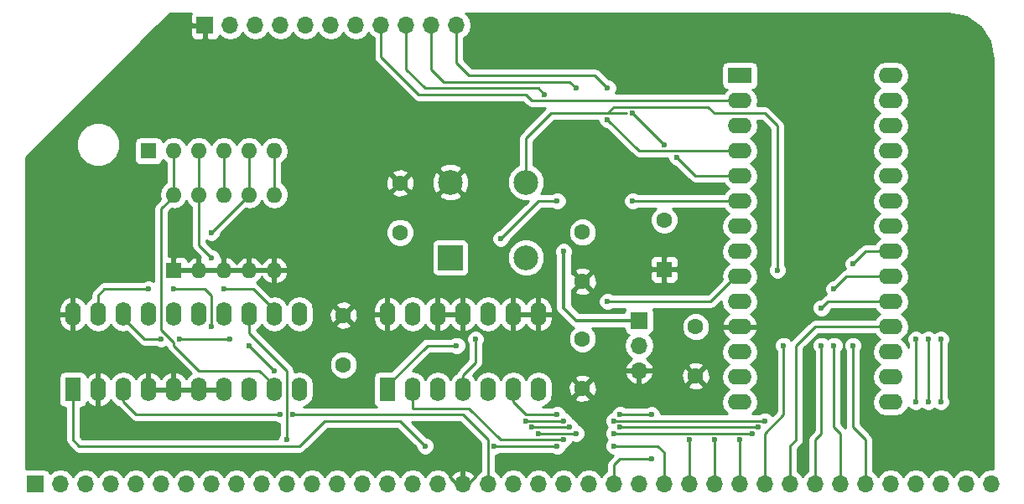
<source format=gbl>
G04 #@! TF.FileFunction,Copper,L2,Bot,Signal*
%FSLAX46Y46*%
G04 Gerber Fmt 4.6, Leading zero omitted, Abs format (unit mm)*
G04 Created by KiCad (PCBNEW 4.0.6) date 08/29/17 13:01:26*
%MOMM*%
%LPD*%
G01*
G04 APERTURE LIST*
%ADD10C,0.100000*%
%ADD11R,2.400000X1.600000*%
%ADD12O,2.400000X1.600000*%
%ADD13R,1.700000X1.700000*%
%ADD14O,1.700000X1.700000*%
%ADD15C,1.600000*%
%ADD16R,1.600000X1.600000*%
%ADD17O,1.600000X1.600000*%
%ADD18R,1.600000X2.400000*%
%ADD19O,1.600000X2.400000*%
%ADD20R,2.500000X2.500000*%
%ADD21C,2.500000*%
%ADD22C,0.600000*%
%ADD23C,0.350000*%
%ADD24C,0.250000*%
%ADD25C,0.254000*%
G04 APERTURE END LIST*
D10*
D11*
X152400000Y-83820000D03*
D12*
X167640000Y-116840000D03*
X152400000Y-86360000D03*
X167640000Y-114300000D03*
X152400000Y-88900000D03*
X167640000Y-111760000D03*
X152400000Y-91440000D03*
X167640000Y-109220000D03*
X152400000Y-93980000D03*
X167640000Y-106680000D03*
X152400000Y-96520000D03*
X167640000Y-104140000D03*
X152400000Y-99060000D03*
X167640000Y-101600000D03*
X152400000Y-101600000D03*
X167640000Y-99060000D03*
X152400000Y-104140000D03*
X167640000Y-96520000D03*
X152400000Y-106680000D03*
X167640000Y-93980000D03*
X152400000Y-109220000D03*
X167640000Y-91440000D03*
X152400000Y-111760000D03*
X167640000Y-88900000D03*
X152400000Y-114300000D03*
X167640000Y-86360000D03*
X152400000Y-116840000D03*
X167640000Y-83820000D03*
D13*
X98425000Y-78740000D03*
D14*
X100965000Y-78740000D03*
X103505000Y-78740000D03*
X106045000Y-78740000D03*
X108585000Y-78740000D03*
X111125000Y-78740000D03*
X113665000Y-78740000D03*
X116205000Y-78740000D03*
X118745000Y-78740000D03*
X121285000Y-78740000D03*
X123825000Y-78740000D03*
D15*
X136525000Y-104655000D03*
X136525000Y-99655000D03*
D13*
X142240000Y-108585000D03*
D14*
X142240000Y-111125000D03*
X142240000Y-113665000D03*
D16*
X92710000Y-91440000D03*
D17*
X95250000Y-91440000D03*
X97790000Y-91440000D03*
X100330000Y-91440000D03*
X102870000Y-91440000D03*
X105410000Y-91440000D03*
D16*
X95250000Y-103505000D03*
D17*
X105410000Y-95885000D03*
X97790000Y-103505000D03*
X102870000Y-95885000D03*
X100330000Y-103505000D03*
X100330000Y-95885000D03*
X102870000Y-103505000D03*
X97790000Y-95885000D03*
X105410000Y-103505000D03*
X95250000Y-95885000D03*
D18*
X116840000Y-115570000D03*
D19*
X132080000Y-107950000D03*
X119380000Y-115570000D03*
X129540000Y-107950000D03*
X121920000Y-115570000D03*
X127000000Y-107950000D03*
X124460000Y-115570000D03*
X124460000Y-107950000D03*
X127000000Y-115570000D03*
X121920000Y-107950000D03*
X129540000Y-115570000D03*
X119380000Y-107950000D03*
X132080000Y-115570000D03*
X116840000Y-107950000D03*
D18*
X85090000Y-115570000D03*
D19*
X107950000Y-107950000D03*
X87630000Y-115570000D03*
X105410000Y-107950000D03*
X90170000Y-115570000D03*
X102870000Y-107950000D03*
X92710000Y-115570000D03*
X100330000Y-107950000D03*
X95250000Y-115570000D03*
X97790000Y-107950000D03*
X97790000Y-115570000D03*
X95250000Y-107950000D03*
X100330000Y-115570000D03*
X92710000Y-107950000D03*
X102870000Y-115570000D03*
X90170000Y-107950000D03*
X105410000Y-115570000D03*
X87630000Y-107950000D03*
X107950000Y-115570000D03*
X85090000Y-107950000D03*
D20*
X123190000Y-102235000D03*
D21*
X123190000Y-94615000D03*
X130810000Y-94615000D03*
X130810000Y-102235000D03*
D15*
X147955000Y-114220000D03*
X147955000Y-109220000D03*
X136525000Y-115450000D03*
X136525000Y-110450000D03*
X112395000Y-108070000D03*
X112395000Y-113070000D03*
X118110000Y-94695000D03*
X118110000Y-99695000D03*
D13*
X81280000Y-125095000D03*
D14*
X83820000Y-125095000D03*
X86360000Y-125095000D03*
X88900000Y-125095000D03*
X91440000Y-125095000D03*
X93980000Y-125095000D03*
X96520000Y-125095000D03*
X99060000Y-125095000D03*
X101600000Y-125095000D03*
X104140000Y-125095000D03*
X106680000Y-125095000D03*
X109220000Y-125095000D03*
X111760000Y-125095000D03*
X114300000Y-125095000D03*
X116840000Y-125095000D03*
X119380000Y-125095000D03*
X121920000Y-125095000D03*
X124460000Y-125095000D03*
X127000000Y-125095000D03*
X129540000Y-125095000D03*
X132080000Y-125095000D03*
X134620000Y-125095000D03*
X137160000Y-125095000D03*
X139700000Y-125095000D03*
X142240000Y-125095000D03*
X144780000Y-125095000D03*
X147320000Y-125095000D03*
X149860000Y-125095000D03*
X152400000Y-125095000D03*
X154940000Y-125095000D03*
X157480000Y-125095000D03*
X160020000Y-125095000D03*
X162560000Y-125095000D03*
X165100000Y-125095000D03*
X167640000Y-125095000D03*
X170180000Y-125095000D03*
X172720000Y-125095000D03*
X175260000Y-125095000D03*
X177800000Y-125095000D03*
D16*
X144780000Y-103425000D03*
D15*
X144780000Y-98425000D03*
D22*
X106045000Y-118110000D03*
X107315000Y-118110000D03*
X133985000Y-118110000D03*
X140335000Y-118110000D03*
X143510000Y-122555000D03*
X143510000Y-118110000D03*
X134620000Y-120650000D03*
X134620000Y-101600000D03*
X132715000Y-85725000D03*
X139065000Y-88265000D03*
X135890000Y-85090000D03*
X146050000Y-92075000D03*
X144780000Y-90805000D03*
X141605000Y-87630000D03*
X139065000Y-85090000D03*
X106680000Y-120650000D03*
X134620000Y-118745000D03*
X139700000Y-118745000D03*
X154940000Y-118745000D03*
X170180000Y-116840000D03*
X170180000Y-110490000D03*
X130810000Y-118745000D03*
X140335000Y-119380000D03*
X135255000Y-119380000D03*
X154305000Y-119380000D03*
X171450000Y-116840000D03*
X171450000Y-110490000D03*
X131445000Y-119380000D03*
X135890000Y-120015000D03*
X139700000Y-120015000D03*
X153670000Y-120015000D03*
X172720000Y-116840000D03*
X172720000Y-110490000D03*
X132080000Y-120015000D03*
X133985000Y-121285000D03*
X139700000Y-121285000D03*
X120650000Y-121285000D03*
X127635000Y-121285000D03*
X147320000Y-120650000D03*
X149860000Y-120650000D03*
X152400000Y-120650000D03*
X156845000Y-111125000D03*
X160655000Y-111125000D03*
X160655000Y-107315000D03*
X161925000Y-111125000D03*
X161925000Y-105410000D03*
X163830000Y-111125000D03*
X163830000Y-102870000D03*
X99060000Y-102235000D03*
X100330000Y-105410000D03*
X99060000Y-99695000D03*
X93980000Y-110490000D03*
X95885000Y-110490000D03*
X100965000Y-110490000D03*
X139065000Y-106680000D03*
X123825000Y-111125000D03*
X102870000Y-111125000D03*
X92710000Y-105410000D03*
X95250000Y-105410000D03*
X99060000Y-109220000D03*
X105410000Y-113665000D03*
X125730000Y-110490000D03*
X128270000Y-100330000D03*
X133985000Y-96520000D03*
X141605000Y-96520000D03*
X156210000Y-103505000D03*
D23*
X124460000Y-125095000D02*
X123825000Y-125095000D01*
X123825000Y-125095000D02*
X123190000Y-124460000D01*
X124460000Y-125095000D02*
X125095000Y-125095000D01*
X125095000Y-125095000D02*
X125730000Y-124460000D01*
D24*
X124460000Y-118110000D02*
X107315000Y-118110000D01*
X127000000Y-120650000D02*
X124460000Y-118110000D01*
X127000000Y-125095000D02*
X127000000Y-120650000D01*
X90170000Y-116840000D02*
X90170000Y-115570000D01*
X91440000Y-118110000D02*
X90170000Y-116840000D01*
X106045000Y-118110000D02*
X91440000Y-118110000D01*
X130810000Y-118110000D02*
X129540000Y-116840000D01*
X129540000Y-115570000D02*
X129540000Y-116840000D01*
X139700000Y-123190000D02*
X139700000Y-125095000D01*
X140335000Y-122555000D02*
X139700000Y-123190000D01*
X143510000Y-122555000D02*
X140335000Y-122555000D01*
X130810000Y-118110000D02*
X133985000Y-118110000D01*
X140335000Y-118110000D02*
X143510000Y-118110000D01*
X119380000Y-115570000D02*
X119380000Y-117475000D01*
X128270000Y-120650000D02*
X134620000Y-120650000D01*
X125095000Y-117475000D02*
X128270000Y-120650000D01*
X119380000Y-117475000D02*
X125095000Y-117475000D01*
D23*
X134620000Y-107315000D02*
X134620000Y-101600000D01*
X134620000Y-107315000D02*
X135890000Y-108585000D01*
X142240000Y-108585000D02*
X135890000Y-108585000D01*
D24*
X152400000Y-86360000D02*
X131445000Y-86360000D01*
X131445000Y-86360000D02*
X130810000Y-85725000D01*
X130810000Y-85725000D02*
X120015000Y-85725000D01*
X120015000Y-85725000D02*
X116205000Y-81915000D01*
X116205000Y-81915000D02*
X116205000Y-78740000D01*
X132715000Y-85725000D02*
X132080000Y-85090000D01*
X132080000Y-85090000D02*
X120650000Y-85090000D01*
X120650000Y-85090000D02*
X118745000Y-83185000D01*
X118745000Y-83185000D02*
X118745000Y-78740000D01*
X139065000Y-88265000D02*
X142240000Y-91440000D01*
X142240000Y-91440000D02*
X152400000Y-91440000D01*
X134620000Y-84455000D02*
X135255000Y-84455000D01*
X135255000Y-84455000D02*
X135890000Y-85090000D01*
X122555000Y-84455000D02*
X134620000Y-84455000D01*
X121285000Y-83185000D02*
X122555000Y-84455000D01*
X121285000Y-79942081D02*
X121285000Y-83185000D01*
X121285000Y-78740000D02*
X121285000Y-79942081D01*
X147955000Y-93980000D02*
X152400000Y-93980000D01*
X146050000Y-92075000D02*
X147955000Y-93980000D01*
X141605000Y-87630000D02*
X144780000Y-90805000D01*
X125095000Y-83820000D02*
X137795000Y-83820000D01*
X137795000Y-83820000D02*
X139065000Y-85090000D01*
X123825000Y-82550000D02*
X125095000Y-83820000D01*
X123825000Y-78740000D02*
X123825000Y-82550000D01*
X152400000Y-93980000D02*
X150950000Y-93980000D01*
X106680000Y-120650000D02*
X106680000Y-113665000D01*
X106680000Y-113665000D02*
X102870000Y-109855000D01*
X102870000Y-109855000D02*
X102870000Y-107950000D01*
X154940000Y-118745000D02*
X153670000Y-118745000D01*
X153670000Y-118745000D02*
X139700000Y-118745000D01*
X170180000Y-116840000D02*
X170180000Y-110490000D01*
X134620000Y-118745000D02*
X130810000Y-118745000D01*
X134620000Y-119380000D02*
X135255000Y-119380000D01*
X153035000Y-119380000D02*
X140335000Y-119380000D01*
X154305000Y-119380000D02*
X153035000Y-119380000D01*
X171450000Y-116840000D02*
X171450000Y-110490000D01*
X134620000Y-119380000D02*
X131445000Y-119380000D01*
X153670000Y-120015000D02*
X139700000Y-120015000D01*
X172720000Y-116840000D02*
X172720000Y-110490000D01*
X135890000Y-120015000D02*
X132080000Y-120015000D01*
X144780000Y-125095000D02*
X144780000Y-121920000D01*
X144780000Y-121920000D02*
X144145000Y-121285000D01*
X144145000Y-121285000D02*
X139700000Y-121285000D01*
X133985000Y-121285000D02*
X127635000Y-121285000D01*
X85090000Y-120650000D02*
X85090000Y-115570000D01*
X85725000Y-121285000D02*
X85090000Y-120650000D01*
X107950000Y-121285000D02*
X85725000Y-121285000D01*
X110490000Y-118745000D02*
X107950000Y-121285000D01*
X118110000Y-118745000D02*
X110490000Y-118745000D01*
X120650000Y-121285000D02*
X118110000Y-118745000D01*
X147320000Y-120650000D02*
X147320000Y-125095000D01*
X149860000Y-120650000D02*
X149860000Y-125095000D01*
X152400000Y-120650000D02*
X152400000Y-125095000D01*
X156845000Y-118110000D02*
X154940000Y-120015000D01*
X154940000Y-120015000D02*
X154940000Y-125095000D01*
X156845000Y-111125000D02*
X156845000Y-118110000D01*
X158115000Y-120650000D02*
X157480000Y-121285000D01*
X157480000Y-121285000D02*
X157480000Y-125095000D01*
X158115000Y-111125000D02*
X158115000Y-120650000D01*
X160020000Y-109220000D02*
X158115000Y-111125000D01*
X167640000Y-109220000D02*
X160020000Y-109220000D01*
X160655000Y-120015000D02*
X160020000Y-120650000D01*
X160020000Y-120650000D02*
X160020000Y-125095000D01*
X160655000Y-111125000D02*
X160655000Y-120015000D01*
X167640000Y-106680000D02*
X161290000Y-106680000D01*
X161290000Y-106680000D02*
X160655000Y-107315000D01*
X161925000Y-119380000D02*
X162560000Y-120015000D01*
X162560000Y-120015000D02*
X162560000Y-125095000D01*
X161925000Y-111125000D02*
X161925000Y-119380000D01*
X167640000Y-104140000D02*
X163195000Y-104140000D01*
X163195000Y-104140000D02*
X161925000Y-105410000D01*
X163830000Y-119380000D02*
X165100000Y-120650000D01*
X165100000Y-120650000D02*
X165100000Y-125095000D01*
X163830000Y-111125000D02*
X163830000Y-119380000D01*
X167640000Y-101600000D02*
X165100000Y-101600000D01*
X165100000Y-101600000D02*
X163830000Y-102870000D01*
X95394990Y-95885000D02*
X93980000Y-97299990D01*
X93980000Y-97299990D02*
X93980000Y-109510002D01*
X95250000Y-110780002D02*
X95250000Y-111125000D01*
X93980000Y-109510002D02*
X95250000Y-110780002D01*
X95250000Y-111125000D02*
X97790000Y-113665000D01*
X105410000Y-115170000D02*
X105410000Y-115570000D01*
X97790000Y-113665000D02*
X103905000Y-113665000D01*
X103905000Y-113665000D02*
X105410000Y-115170000D01*
X95250000Y-91440000D02*
X95250000Y-95885000D01*
X97790000Y-95885000D02*
X97790000Y-100965000D01*
X97790000Y-100965000D02*
X99060000Y-102235000D01*
X100330000Y-105410000D02*
X103270000Y-105410000D01*
X103270000Y-105410000D02*
X105410000Y-107550000D01*
X105410000Y-107550000D02*
X105410000Y-107950000D01*
X97790000Y-91440000D02*
X97790000Y-92571370D01*
X97790000Y-92571370D02*
X97790000Y-95885000D01*
X100330000Y-91440000D02*
X100330000Y-92571370D01*
X100330000Y-92571370D02*
X100330000Y-95885000D01*
X102870000Y-95885000D02*
X99060000Y-99695000D01*
X102870000Y-91440000D02*
X102870000Y-95885000D01*
X93980000Y-110490000D02*
X92310000Y-110490000D01*
X92310000Y-110490000D02*
X90170000Y-108350000D01*
X90170000Y-108350000D02*
X90170000Y-107950000D01*
X100965000Y-110490000D02*
X95885000Y-110490000D01*
X105410000Y-91440000D02*
X105410000Y-95885000D01*
X139065000Y-106680000D02*
X149460000Y-106680000D01*
X149460000Y-106680000D02*
X152000000Y-104140000D01*
X152000000Y-104140000D02*
X152400000Y-104140000D01*
X116840000Y-115570000D02*
X116840000Y-115170000D01*
X116840000Y-115170000D02*
X120885000Y-111125000D01*
X120885000Y-111125000D02*
X123825000Y-111125000D01*
X87630000Y-106045000D02*
X88265000Y-105410000D01*
X88265000Y-105410000D02*
X92710000Y-105410000D01*
X95250000Y-105410000D02*
X98425000Y-105410000D01*
X98425000Y-105410000D02*
X99060000Y-106045000D01*
X99060000Y-106045000D02*
X99060000Y-109220000D01*
X87630000Y-107950000D02*
X87630000Y-106045000D01*
X102870000Y-111125000D02*
X105410000Y-113665000D01*
X152400000Y-96520000D02*
X141605000Y-96520000D01*
X133985000Y-96520000D02*
X132080000Y-96520000D01*
X125730000Y-110490000D02*
X125730000Y-112850000D01*
X132080000Y-96520000D02*
X128270000Y-100330000D01*
X125730000Y-112850000D02*
X124460000Y-114120000D01*
X124460000Y-114120000D02*
X124460000Y-115570000D01*
X156210000Y-103505000D02*
X156210000Y-95885000D01*
X130810000Y-94615000D02*
X130810000Y-90170000D01*
X156210000Y-88900000D02*
X156210000Y-95885000D01*
X156210000Y-95885000D02*
X156210000Y-96069998D01*
X154940000Y-87630000D02*
X156210000Y-88900000D01*
X149860000Y-87630000D02*
X154940000Y-87630000D01*
X149225000Y-86995000D02*
X149860000Y-87630000D01*
X139700000Y-86995000D02*
X149225000Y-86995000D01*
X139065000Y-87630000D02*
X139700000Y-86995000D01*
X140970000Y-87630000D02*
X139065000Y-87630000D01*
X133350000Y-87630000D02*
X140970000Y-87630000D01*
X130810000Y-90170000D02*
X133350000Y-87630000D01*
D25*
G36*
X96940000Y-77763691D02*
X96940000Y-78454250D01*
X97098750Y-78613000D01*
X98298000Y-78613000D01*
X98298000Y-78593000D01*
X98552000Y-78593000D01*
X98552000Y-78613000D01*
X98572000Y-78613000D01*
X98572000Y-78867000D01*
X98552000Y-78867000D01*
X98552000Y-80066250D01*
X98710750Y-80225000D01*
X99401310Y-80225000D01*
X99634699Y-80128327D01*
X99813327Y-79949698D01*
X99885597Y-79775223D01*
X99914946Y-79819147D01*
X100396715Y-80141054D01*
X100965000Y-80254093D01*
X101533285Y-80141054D01*
X102015054Y-79819147D01*
X102235000Y-79489974D01*
X102454946Y-79819147D01*
X102936715Y-80141054D01*
X103505000Y-80254093D01*
X104073285Y-80141054D01*
X104555054Y-79819147D01*
X104775000Y-79489974D01*
X104994946Y-79819147D01*
X105476715Y-80141054D01*
X106045000Y-80254093D01*
X106613285Y-80141054D01*
X107095054Y-79819147D01*
X107315000Y-79489974D01*
X107534946Y-79819147D01*
X108016715Y-80141054D01*
X108585000Y-80254093D01*
X109153285Y-80141054D01*
X109635054Y-79819147D01*
X109855000Y-79489974D01*
X110074946Y-79819147D01*
X110556715Y-80141054D01*
X111125000Y-80254093D01*
X111693285Y-80141054D01*
X112175054Y-79819147D01*
X112395000Y-79489974D01*
X112614946Y-79819147D01*
X113096715Y-80141054D01*
X113665000Y-80254093D01*
X114233285Y-80141054D01*
X114715054Y-79819147D01*
X114935000Y-79489974D01*
X115154946Y-79819147D01*
X115445000Y-80012954D01*
X115445000Y-81915000D01*
X115502852Y-82205839D01*
X115667599Y-82452401D01*
X119477599Y-86262401D01*
X119724161Y-86427148D01*
X120015000Y-86485000D01*
X130495198Y-86485000D01*
X130907599Y-86897401D01*
X131154161Y-87062148D01*
X131445000Y-87120000D01*
X132785198Y-87120000D01*
X130272599Y-89632599D01*
X130107852Y-89879161D01*
X130050000Y-90170000D01*
X130050000Y-92889453D01*
X129743628Y-93016043D01*
X129212907Y-93545839D01*
X128925328Y-94238405D01*
X128924674Y-94988305D01*
X129211043Y-95681372D01*
X129740839Y-96212093D01*
X130433405Y-96499672D01*
X131025010Y-96500188D01*
X128130320Y-99394878D01*
X128084833Y-99394838D01*
X127741057Y-99536883D01*
X127477808Y-99799673D01*
X127335162Y-100143201D01*
X127334838Y-100515167D01*
X127476883Y-100858943D01*
X127739673Y-101122192D01*
X128083201Y-101264838D01*
X128455167Y-101265162D01*
X128798943Y-101123117D01*
X129062192Y-100860327D01*
X129204838Y-100516799D01*
X129204879Y-100469923D01*
X129735615Y-99939187D01*
X135089752Y-99939187D01*
X135307757Y-100466800D01*
X135711077Y-100870824D01*
X136238309Y-101089750D01*
X136809187Y-101090248D01*
X137336800Y-100872243D01*
X137740824Y-100468923D01*
X137959750Y-99941691D01*
X137960248Y-99370813D01*
X137742243Y-98843200D01*
X137338923Y-98439176D01*
X136811691Y-98220250D01*
X136240813Y-98219752D01*
X135713200Y-98437757D01*
X135309176Y-98841077D01*
X135090250Y-99368309D01*
X135089752Y-99939187D01*
X129735615Y-99939187D01*
X132394802Y-97280000D01*
X133422537Y-97280000D01*
X133454673Y-97312192D01*
X133798201Y-97454838D01*
X134170167Y-97455162D01*
X134513943Y-97313117D01*
X134777192Y-97050327D01*
X134919838Y-96706799D01*
X134920162Y-96334833D01*
X134778117Y-95991057D01*
X134515327Y-95727808D01*
X134171799Y-95585162D01*
X133799833Y-95584838D01*
X133456057Y-95726883D01*
X133422882Y-95760000D01*
X132331122Y-95760000D01*
X132407093Y-95684161D01*
X132694672Y-94991595D01*
X132695326Y-94241695D01*
X132408957Y-93548628D01*
X131879161Y-93017907D01*
X131570000Y-92889532D01*
X131570000Y-90484802D01*
X133664802Y-88390000D01*
X138129890Y-88390000D01*
X138129838Y-88450167D01*
X138271883Y-88793943D01*
X138534673Y-89057192D01*
X138878201Y-89199838D01*
X138925077Y-89199879D01*
X141702599Y-91977401D01*
X141949161Y-92142148D01*
X142240000Y-92200000D01*
X145114890Y-92200000D01*
X145114838Y-92260167D01*
X145256883Y-92603943D01*
X145519673Y-92867192D01*
X145863201Y-93009838D01*
X145910077Y-93009879D01*
X147417599Y-94517401D01*
X147664161Y-94682148D01*
X147955000Y-94740000D01*
X150779168Y-94740000D01*
X150949352Y-94994698D01*
X151331438Y-95250000D01*
X150949352Y-95505302D01*
X150779168Y-95760000D01*
X142167463Y-95760000D01*
X142135327Y-95727808D01*
X141791799Y-95585162D01*
X141419833Y-95584838D01*
X141076057Y-95726883D01*
X140812808Y-95989673D01*
X140670162Y-96333201D01*
X140669838Y-96705167D01*
X140811883Y-97048943D01*
X141074673Y-97312192D01*
X141418201Y-97454838D01*
X141790167Y-97455162D01*
X142133943Y-97313117D01*
X142167118Y-97280000D01*
X143895831Y-97280000D01*
X143564176Y-97611077D01*
X143345250Y-98138309D01*
X143344752Y-98709187D01*
X143562757Y-99236800D01*
X143966077Y-99640824D01*
X144493309Y-99859750D01*
X145064187Y-99860248D01*
X145591800Y-99642243D01*
X145995824Y-99238923D01*
X146214750Y-98711691D01*
X146215248Y-98140813D01*
X145997243Y-97613200D01*
X145664624Y-97280000D01*
X150779168Y-97280000D01*
X150949352Y-97534698D01*
X151331438Y-97790000D01*
X150949352Y-98045302D01*
X150638283Y-98510849D01*
X150529050Y-99060000D01*
X150638283Y-99609151D01*
X150949352Y-100074698D01*
X151331438Y-100330000D01*
X150949352Y-100585302D01*
X150638283Y-101050849D01*
X150529050Y-101600000D01*
X150638283Y-102149151D01*
X150949352Y-102614698D01*
X151331438Y-102870000D01*
X150949352Y-103125302D01*
X150638283Y-103590849D01*
X150529050Y-104140000D01*
X150594775Y-104470423D01*
X149145198Y-105920000D01*
X139627463Y-105920000D01*
X139595327Y-105887808D01*
X139251799Y-105745162D01*
X138879833Y-105744838D01*
X138536057Y-105886883D01*
X138272808Y-106149673D01*
X138130162Y-106493201D01*
X138129838Y-106865167D01*
X138271883Y-107208943D01*
X138534673Y-107472192D01*
X138878201Y-107614838D01*
X139250167Y-107615162D01*
X139593943Y-107473117D01*
X139627118Y-107440000D01*
X140823025Y-107440000D01*
X140793569Y-107483110D01*
X140742560Y-107735000D01*
X140742560Y-107775000D01*
X136225513Y-107775000D01*
X135430000Y-106979488D01*
X135430000Y-105662745D01*
X135696861Y-105662745D01*
X135770995Y-105908864D01*
X136308223Y-106101965D01*
X136878454Y-106074778D01*
X137279005Y-105908864D01*
X137353139Y-105662745D01*
X136525000Y-104834605D01*
X135696861Y-105662745D01*
X135430000Y-105662745D01*
X135430000Y-105456857D01*
X135517255Y-105483139D01*
X136345395Y-104655000D01*
X136704605Y-104655000D01*
X137532745Y-105483139D01*
X137778864Y-105409005D01*
X137971965Y-104871777D01*
X137944778Y-104301546D01*
X137778864Y-103900995D01*
X137532745Y-103826861D01*
X136704605Y-104655000D01*
X136345395Y-104655000D01*
X135517255Y-103826861D01*
X135430000Y-103853143D01*
X135430000Y-103647255D01*
X135696861Y-103647255D01*
X136525000Y-104475395D01*
X137289644Y-103710750D01*
X143345000Y-103710750D01*
X143345000Y-104351309D01*
X143441673Y-104584698D01*
X143620301Y-104763327D01*
X143853690Y-104860000D01*
X144494250Y-104860000D01*
X144653000Y-104701250D01*
X144653000Y-103552000D01*
X144907000Y-103552000D01*
X144907000Y-104701250D01*
X145065750Y-104860000D01*
X145706310Y-104860000D01*
X145939699Y-104763327D01*
X146118327Y-104584698D01*
X146215000Y-104351309D01*
X146215000Y-103710750D01*
X146056250Y-103552000D01*
X144907000Y-103552000D01*
X144653000Y-103552000D01*
X143503750Y-103552000D01*
X143345000Y-103710750D01*
X137289644Y-103710750D01*
X137353139Y-103647255D01*
X137279005Y-103401136D01*
X136741777Y-103208035D01*
X136171546Y-103235222D01*
X135770995Y-103401136D01*
X135696861Y-103647255D01*
X135430000Y-103647255D01*
X135430000Y-102498691D01*
X143345000Y-102498691D01*
X143345000Y-103139250D01*
X143503750Y-103298000D01*
X144653000Y-103298000D01*
X144653000Y-102148750D01*
X144907000Y-102148750D01*
X144907000Y-103298000D01*
X146056250Y-103298000D01*
X146215000Y-103139250D01*
X146215000Y-102498691D01*
X146118327Y-102265302D01*
X145939699Y-102086673D01*
X145706310Y-101990000D01*
X145065750Y-101990000D01*
X144907000Y-102148750D01*
X144653000Y-102148750D01*
X144494250Y-101990000D01*
X143853690Y-101990000D01*
X143620301Y-102086673D01*
X143441673Y-102265302D01*
X143345000Y-102498691D01*
X135430000Y-102498691D01*
X135430000Y-102087441D01*
X135554838Y-101786799D01*
X135555162Y-101414833D01*
X135413117Y-101071057D01*
X135150327Y-100807808D01*
X134806799Y-100665162D01*
X134434833Y-100664838D01*
X134091057Y-100806883D01*
X133827808Y-101069673D01*
X133685162Y-101413201D01*
X133684838Y-101785167D01*
X133810000Y-102088083D01*
X133810000Y-107315000D01*
X133871658Y-107624974D01*
X134024170Y-107853223D01*
X134047244Y-107887756D01*
X135317243Y-109157756D01*
X135410398Y-109220000D01*
X135580026Y-109333342D01*
X135607054Y-109338718D01*
X135309176Y-109636077D01*
X135090250Y-110163309D01*
X135089752Y-110734187D01*
X135307757Y-111261800D01*
X135711077Y-111665824D01*
X136238309Y-111884750D01*
X136809187Y-111885248D01*
X137336800Y-111667243D01*
X137740824Y-111263923D01*
X137959750Y-110736691D01*
X137960248Y-110165813D01*
X137742243Y-109638200D01*
X137499467Y-109395000D01*
X140742560Y-109395000D01*
X140742560Y-109435000D01*
X140786838Y-109670317D01*
X140925910Y-109886441D01*
X141138110Y-110031431D01*
X141205541Y-110045086D01*
X141160853Y-110074946D01*
X140838946Y-110556715D01*
X140725907Y-111125000D01*
X140838946Y-111693285D01*
X141160853Y-112175054D01*
X141501553Y-112402702D01*
X141358642Y-112469817D01*
X140968355Y-112898076D01*
X140798524Y-113308110D01*
X140919845Y-113538000D01*
X142113000Y-113538000D01*
X142113000Y-113518000D01*
X142367000Y-113518000D01*
X142367000Y-113538000D01*
X143560155Y-113538000D01*
X143681476Y-113308110D01*
X143641775Y-113212255D01*
X147126861Y-113212255D01*
X147955000Y-114040395D01*
X148783139Y-113212255D01*
X148709005Y-112966136D01*
X148171777Y-112773035D01*
X147601546Y-112800222D01*
X147200995Y-112966136D01*
X147126861Y-113212255D01*
X143641775Y-113212255D01*
X143511645Y-112898076D01*
X143121358Y-112469817D01*
X142978447Y-112402702D01*
X143319147Y-112175054D01*
X143641054Y-111693285D01*
X143754093Y-111125000D01*
X143641054Y-110556715D01*
X143319147Y-110074946D01*
X143277548Y-110047150D01*
X143325317Y-110038162D01*
X143541441Y-109899090D01*
X143686431Y-109686890D01*
X143723429Y-109504187D01*
X146519752Y-109504187D01*
X146737757Y-110031800D01*
X147141077Y-110435824D01*
X147668309Y-110654750D01*
X148239187Y-110655248D01*
X148766800Y-110437243D01*
X149170824Y-110033923D01*
X149389750Y-109506691D01*
X149390248Y-108935813D01*
X149172243Y-108408200D01*
X148768923Y-108004176D01*
X148241691Y-107785250D01*
X147670813Y-107784752D01*
X147143200Y-108002757D01*
X146739176Y-108406077D01*
X146520250Y-108933309D01*
X146519752Y-109504187D01*
X143723429Y-109504187D01*
X143737440Y-109435000D01*
X143737440Y-107735000D01*
X143693162Y-107499683D01*
X143654757Y-107440000D01*
X149460000Y-107440000D01*
X149750839Y-107382148D01*
X149997401Y-107217401D01*
X150530004Y-106684798D01*
X150638283Y-107229151D01*
X150949352Y-107694698D01*
X151327707Y-107947507D01*
X150895500Y-108295104D01*
X150625633Y-108788181D01*
X150608096Y-108870961D01*
X150730085Y-109093000D01*
X152273000Y-109093000D01*
X152273000Y-109073000D01*
X152527000Y-109073000D01*
X152527000Y-109093000D01*
X154069915Y-109093000D01*
X154191904Y-108870961D01*
X154174367Y-108788181D01*
X153904500Y-108295104D01*
X153472293Y-107947507D01*
X153850648Y-107694698D01*
X154161717Y-107229151D01*
X154270950Y-106680000D01*
X154161717Y-106130849D01*
X153850648Y-105665302D01*
X153468562Y-105410000D01*
X153850648Y-105154698D01*
X154161717Y-104689151D01*
X154270950Y-104140000D01*
X154161717Y-103590849D01*
X153850648Y-103125302D01*
X153468562Y-102870000D01*
X153850648Y-102614698D01*
X154161717Y-102149151D01*
X154270950Y-101600000D01*
X154161717Y-101050849D01*
X153850648Y-100585302D01*
X153468562Y-100330000D01*
X153850648Y-100074698D01*
X154161717Y-99609151D01*
X154270950Y-99060000D01*
X154161717Y-98510849D01*
X153850648Y-98045302D01*
X153468562Y-97790000D01*
X153850648Y-97534698D01*
X154161717Y-97069151D01*
X154270950Y-96520000D01*
X154161717Y-95970849D01*
X153850648Y-95505302D01*
X153468562Y-95250000D01*
X153850648Y-94994698D01*
X154161717Y-94529151D01*
X154270950Y-93980000D01*
X154161717Y-93430849D01*
X153850648Y-92965302D01*
X153468562Y-92710000D01*
X153850648Y-92454698D01*
X154161717Y-91989151D01*
X154270950Y-91440000D01*
X154161717Y-90890849D01*
X153850648Y-90425302D01*
X153468562Y-90170000D01*
X153850648Y-89914698D01*
X154161717Y-89449151D01*
X154270950Y-88900000D01*
X154169505Y-88390000D01*
X154625198Y-88390000D01*
X155450000Y-89214802D01*
X155450000Y-102942537D01*
X155417808Y-102974673D01*
X155275162Y-103318201D01*
X155274838Y-103690167D01*
X155416883Y-104033943D01*
X155679673Y-104297192D01*
X156023201Y-104439838D01*
X156395167Y-104440162D01*
X156738943Y-104298117D01*
X157002192Y-104035327D01*
X157144838Y-103691799D01*
X157145162Y-103319833D01*
X157003117Y-102976057D01*
X156970000Y-102942882D01*
X156970000Y-88900000D01*
X156912148Y-88609161D01*
X156912148Y-88609160D01*
X156747401Y-88362599D01*
X155477401Y-87092599D01*
X155230839Y-86927852D01*
X154940000Y-86870000D01*
X154169505Y-86870000D01*
X154270950Y-86360000D01*
X154161717Y-85810849D01*
X153850648Y-85345302D01*
X153704650Y-85247749D01*
X153835317Y-85223162D01*
X154051441Y-85084090D01*
X154196431Y-84871890D01*
X154247440Y-84620000D01*
X154247440Y-83020000D01*
X154203162Y-82784683D01*
X154064090Y-82568559D01*
X153851890Y-82423569D01*
X153600000Y-82372560D01*
X151200000Y-82372560D01*
X150964683Y-82416838D01*
X150748559Y-82555910D01*
X150603569Y-82768110D01*
X150552560Y-83020000D01*
X150552560Y-84620000D01*
X150596838Y-84855317D01*
X150735910Y-85071441D01*
X150948110Y-85216431D01*
X151097074Y-85246597D01*
X150949352Y-85345302D01*
X150779168Y-85600000D01*
X139865633Y-85600000D01*
X139999838Y-85276799D01*
X140000162Y-84904833D01*
X139858117Y-84561057D01*
X139595327Y-84297808D01*
X139251799Y-84155162D01*
X139204923Y-84155121D01*
X138332401Y-83282599D01*
X138085839Y-83117852D01*
X137795000Y-83060000D01*
X125409802Y-83060000D01*
X124585000Y-82235198D01*
X124585000Y-80012954D01*
X124875054Y-79819147D01*
X125196961Y-79337378D01*
X125310000Y-78769093D01*
X125310000Y-78710907D01*
X125196961Y-78142622D01*
X124875054Y-77660853D01*
X124701667Y-77545000D01*
X173453469Y-77545000D01*
X175228673Y-77898110D01*
X176674332Y-78864068D01*
X177640290Y-80309727D01*
X177995000Y-82092971D01*
X177995000Y-123619695D01*
X177800000Y-123580907D01*
X177231715Y-123693946D01*
X176749946Y-124015853D01*
X176530000Y-124345026D01*
X176310054Y-124015853D01*
X175828285Y-123693946D01*
X175260000Y-123580907D01*
X174691715Y-123693946D01*
X174209946Y-124015853D01*
X173990000Y-124345026D01*
X173770054Y-124015853D01*
X173288285Y-123693946D01*
X172720000Y-123580907D01*
X172151715Y-123693946D01*
X171669946Y-124015853D01*
X171450000Y-124345026D01*
X171230054Y-124015853D01*
X170748285Y-123693946D01*
X170180000Y-123580907D01*
X169611715Y-123693946D01*
X169129946Y-124015853D01*
X168910000Y-124345026D01*
X168690054Y-124015853D01*
X168208285Y-123693946D01*
X167640000Y-123580907D01*
X167071715Y-123693946D01*
X166589946Y-124015853D01*
X166370000Y-124345026D01*
X166150054Y-124015853D01*
X165860000Y-123822046D01*
X165860000Y-120650000D01*
X165802148Y-120359161D01*
X165802148Y-120359160D01*
X165637401Y-120112599D01*
X164590000Y-119065198D01*
X164590000Y-111687463D01*
X164622192Y-111655327D01*
X164764838Y-111311799D01*
X164765162Y-110939833D01*
X164623117Y-110596057D01*
X164360327Y-110332808D01*
X164016799Y-110190162D01*
X163644833Y-110189838D01*
X163301057Y-110331883D01*
X163037808Y-110594673D01*
X162895162Y-110938201D01*
X162894838Y-111310167D01*
X163036883Y-111653943D01*
X163070000Y-111687118D01*
X163070000Y-119380000D01*
X163087431Y-119467629D01*
X162685000Y-119065198D01*
X162685000Y-111687463D01*
X162717192Y-111655327D01*
X162859838Y-111311799D01*
X162860162Y-110939833D01*
X162718117Y-110596057D01*
X162455327Y-110332808D01*
X162111799Y-110190162D01*
X161739833Y-110189838D01*
X161396057Y-110331883D01*
X161290046Y-110437710D01*
X161185327Y-110332808D01*
X160841799Y-110190162D01*
X160469833Y-110189838D01*
X160126057Y-110331883D01*
X159862808Y-110594673D01*
X159720162Y-110938201D01*
X159719838Y-111310167D01*
X159861883Y-111653943D01*
X159895000Y-111687118D01*
X159895000Y-119700198D01*
X159482599Y-120112599D01*
X159317852Y-120359161D01*
X159260000Y-120650000D01*
X159260000Y-123822046D01*
X158969946Y-124015853D01*
X158750000Y-124345026D01*
X158530054Y-124015853D01*
X158240000Y-123822046D01*
X158240000Y-121599802D01*
X158652401Y-121187401D01*
X158817148Y-120940839D01*
X158875000Y-120650000D01*
X158875000Y-111439802D01*
X160334802Y-109980000D01*
X166019168Y-109980000D01*
X166189352Y-110234698D01*
X166571438Y-110490000D01*
X166189352Y-110745302D01*
X165878283Y-111210849D01*
X165769050Y-111760000D01*
X165878283Y-112309151D01*
X166189352Y-112774698D01*
X166571438Y-113030000D01*
X166189352Y-113285302D01*
X165878283Y-113750849D01*
X165769050Y-114300000D01*
X165878283Y-114849151D01*
X166189352Y-115314698D01*
X166571438Y-115570000D01*
X166189352Y-115825302D01*
X165878283Y-116290849D01*
X165769050Y-116840000D01*
X165878283Y-117389151D01*
X166189352Y-117854698D01*
X166654899Y-118165767D01*
X167204050Y-118275000D01*
X168075950Y-118275000D01*
X168625101Y-118165767D01*
X169090648Y-117854698D01*
X169401717Y-117389151D01*
X169402604Y-117384692D01*
X169649673Y-117632192D01*
X169993201Y-117774838D01*
X170365167Y-117775162D01*
X170708943Y-117633117D01*
X170814954Y-117527290D01*
X170919673Y-117632192D01*
X171263201Y-117774838D01*
X171635167Y-117775162D01*
X171978943Y-117633117D01*
X172084954Y-117527290D01*
X172189673Y-117632192D01*
X172533201Y-117774838D01*
X172905167Y-117775162D01*
X173248943Y-117633117D01*
X173512192Y-117370327D01*
X173654838Y-117026799D01*
X173655162Y-116654833D01*
X173513117Y-116311057D01*
X173480000Y-116277882D01*
X173480000Y-111052463D01*
X173512192Y-111020327D01*
X173654838Y-110676799D01*
X173655162Y-110304833D01*
X173513117Y-109961057D01*
X173250327Y-109697808D01*
X172906799Y-109555162D01*
X172534833Y-109554838D01*
X172191057Y-109696883D01*
X172085046Y-109802710D01*
X171980327Y-109697808D01*
X171636799Y-109555162D01*
X171264833Y-109554838D01*
X170921057Y-109696883D01*
X170815046Y-109802710D01*
X170710327Y-109697808D01*
X170366799Y-109555162D01*
X169994833Y-109554838D01*
X169651057Y-109696883D01*
X169387808Y-109959673D01*
X169245162Y-110303201D01*
X169244838Y-110675167D01*
X169386883Y-111018943D01*
X169420000Y-111052118D01*
X169420000Y-111302764D01*
X169401717Y-111210849D01*
X169090648Y-110745302D01*
X168708562Y-110490000D01*
X169090648Y-110234698D01*
X169401717Y-109769151D01*
X169510950Y-109220000D01*
X169401717Y-108670849D01*
X169090648Y-108205302D01*
X168708562Y-107950000D01*
X169090648Y-107694698D01*
X169401717Y-107229151D01*
X169510950Y-106680000D01*
X169401717Y-106130849D01*
X169090648Y-105665302D01*
X168708562Y-105410000D01*
X169090648Y-105154698D01*
X169401717Y-104689151D01*
X169510950Y-104140000D01*
X169401717Y-103590849D01*
X169090648Y-103125302D01*
X168708562Y-102870000D01*
X169090648Y-102614698D01*
X169401717Y-102149151D01*
X169510950Y-101600000D01*
X169401717Y-101050849D01*
X169090648Y-100585302D01*
X168708562Y-100330000D01*
X169090648Y-100074698D01*
X169401717Y-99609151D01*
X169510950Y-99060000D01*
X169401717Y-98510849D01*
X169090648Y-98045302D01*
X168708562Y-97790000D01*
X169090648Y-97534698D01*
X169401717Y-97069151D01*
X169510950Y-96520000D01*
X169401717Y-95970849D01*
X169090648Y-95505302D01*
X168708562Y-95250000D01*
X169090648Y-94994698D01*
X169401717Y-94529151D01*
X169510950Y-93980000D01*
X169401717Y-93430849D01*
X169090648Y-92965302D01*
X168708562Y-92710000D01*
X169090648Y-92454698D01*
X169401717Y-91989151D01*
X169510950Y-91440000D01*
X169401717Y-90890849D01*
X169090648Y-90425302D01*
X168708562Y-90170000D01*
X169090648Y-89914698D01*
X169401717Y-89449151D01*
X169510950Y-88900000D01*
X169401717Y-88350849D01*
X169090648Y-87885302D01*
X168708562Y-87630000D01*
X169090648Y-87374698D01*
X169401717Y-86909151D01*
X169510950Y-86360000D01*
X169401717Y-85810849D01*
X169090648Y-85345302D01*
X168708562Y-85090000D01*
X169090648Y-84834698D01*
X169401717Y-84369151D01*
X169510950Y-83820000D01*
X169401717Y-83270849D01*
X169090648Y-82805302D01*
X168625101Y-82494233D01*
X168075950Y-82385000D01*
X167204050Y-82385000D01*
X166654899Y-82494233D01*
X166189352Y-82805302D01*
X165878283Y-83270849D01*
X165769050Y-83820000D01*
X165878283Y-84369151D01*
X166189352Y-84834698D01*
X166571438Y-85090000D01*
X166189352Y-85345302D01*
X165878283Y-85810849D01*
X165769050Y-86360000D01*
X165878283Y-86909151D01*
X166189352Y-87374698D01*
X166571438Y-87630000D01*
X166189352Y-87885302D01*
X165878283Y-88350849D01*
X165769050Y-88900000D01*
X165878283Y-89449151D01*
X166189352Y-89914698D01*
X166571438Y-90170000D01*
X166189352Y-90425302D01*
X165878283Y-90890849D01*
X165769050Y-91440000D01*
X165878283Y-91989151D01*
X166189352Y-92454698D01*
X166571438Y-92710000D01*
X166189352Y-92965302D01*
X165878283Y-93430849D01*
X165769050Y-93980000D01*
X165878283Y-94529151D01*
X166189352Y-94994698D01*
X166571438Y-95250000D01*
X166189352Y-95505302D01*
X165878283Y-95970849D01*
X165769050Y-96520000D01*
X165878283Y-97069151D01*
X166189352Y-97534698D01*
X166571438Y-97790000D01*
X166189352Y-98045302D01*
X165878283Y-98510849D01*
X165769050Y-99060000D01*
X165878283Y-99609151D01*
X166189352Y-100074698D01*
X166571438Y-100330000D01*
X166189352Y-100585302D01*
X166019168Y-100840000D01*
X165100000Y-100840000D01*
X164809160Y-100897852D01*
X164562599Y-101062599D01*
X163690320Y-101934878D01*
X163644833Y-101934838D01*
X163301057Y-102076883D01*
X163037808Y-102339673D01*
X162895162Y-102683201D01*
X162894838Y-103055167D01*
X163036883Y-103398943D01*
X163047301Y-103409379D01*
X162904160Y-103437852D01*
X162657599Y-103602599D01*
X161785320Y-104474878D01*
X161739833Y-104474838D01*
X161396057Y-104616883D01*
X161132808Y-104879673D01*
X160990162Y-105223201D01*
X160989838Y-105595167D01*
X161131883Y-105938943D01*
X161142301Y-105949379D01*
X160999161Y-105977852D01*
X160752599Y-106142599D01*
X160515320Y-106379878D01*
X160469833Y-106379838D01*
X160126057Y-106521883D01*
X159862808Y-106784673D01*
X159720162Y-107128201D01*
X159719838Y-107500167D01*
X159861883Y-107843943D01*
X160124673Y-108107192D01*
X160468201Y-108249838D01*
X160840167Y-108250162D01*
X161183943Y-108108117D01*
X161447192Y-107845327D01*
X161589838Y-107501799D01*
X161589879Y-107454923D01*
X161604802Y-107440000D01*
X166019168Y-107440000D01*
X166189352Y-107694698D01*
X166571438Y-107950000D01*
X166189352Y-108205302D01*
X166019168Y-108460000D01*
X160020000Y-108460000D01*
X159729161Y-108517852D01*
X159482599Y-108682599D01*
X157603659Y-110561539D01*
X157375327Y-110332808D01*
X157031799Y-110190162D01*
X156659833Y-110189838D01*
X156316057Y-110331883D01*
X156052808Y-110594673D01*
X155910162Y-110938201D01*
X155909838Y-111310167D01*
X156051883Y-111653943D01*
X156085000Y-111687118D01*
X156085000Y-117795198D01*
X155698659Y-118181539D01*
X155470327Y-117952808D01*
X155126799Y-117810162D01*
X154754833Y-117809838D01*
X154411057Y-117951883D01*
X154377882Y-117985000D01*
X153655638Y-117985000D01*
X153850648Y-117854698D01*
X154161717Y-117389151D01*
X154270950Y-116840000D01*
X154161717Y-116290849D01*
X153850648Y-115825302D01*
X153468562Y-115570000D01*
X153850648Y-115314698D01*
X154161717Y-114849151D01*
X154270950Y-114300000D01*
X154161717Y-113750849D01*
X153850648Y-113285302D01*
X153468562Y-113030000D01*
X153850648Y-112774698D01*
X154161717Y-112309151D01*
X154270950Y-111760000D01*
X154161717Y-111210849D01*
X153850648Y-110745302D01*
X153472293Y-110492493D01*
X153904500Y-110144896D01*
X154174367Y-109651819D01*
X154191904Y-109569039D01*
X154069915Y-109347000D01*
X152527000Y-109347000D01*
X152527000Y-109367000D01*
X152273000Y-109367000D01*
X152273000Y-109347000D01*
X150730085Y-109347000D01*
X150608096Y-109569039D01*
X150625633Y-109651819D01*
X150895500Y-110144896D01*
X151327707Y-110492493D01*
X150949352Y-110745302D01*
X150638283Y-111210849D01*
X150529050Y-111760000D01*
X150638283Y-112309151D01*
X150949352Y-112774698D01*
X151331438Y-113030000D01*
X150949352Y-113285302D01*
X150638283Y-113750849D01*
X150529050Y-114300000D01*
X150638283Y-114849151D01*
X150949352Y-115314698D01*
X151331438Y-115570000D01*
X150949352Y-115825302D01*
X150638283Y-116290849D01*
X150529050Y-116840000D01*
X150638283Y-117389151D01*
X150949352Y-117854698D01*
X151144362Y-117985000D01*
X144445110Y-117985000D01*
X144445162Y-117924833D01*
X144303117Y-117581057D01*
X144040327Y-117317808D01*
X143696799Y-117175162D01*
X143324833Y-117174838D01*
X142981057Y-117316883D01*
X142947882Y-117350000D01*
X140897463Y-117350000D01*
X140865327Y-117317808D01*
X140521799Y-117175162D01*
X140149833Y-117174838D01*
X139806057Y-117316883D01*
X139542808Y-117579673D01*
X139433235Y-117843554D01*
X139171057Y-117951883D01*
X138907808Y-118214673D01*
X138765162Y-118558201D01*
X138764838Y-118930167D01*
X138906883Y-119273943D01*
X139012710Y-119379954D01*
X138907808Y-119484673D01*
X138765162Y-119828201D01*
X138764838Y-120200167D01*
X138906883Y-120543943D01*
X139012710Y-120649954D01*
X138907808Y-120754673D01*
X138765162Y-121098201D01*
X138764838Y-121470167D01*
X138906883Y-121813943D01*
X139169673Y-122077192D01*
X139513201Y-122219838D01*
X139595288Y-122219910D01*
X139162599Y-122652599D01*
X138997852Y-122899161D01*
X138940000Y-123190000D01*
X138940000Y-123822046D01*
X138649946Y-124015853D01*
X138430000Y-124345026D01*
X138210054Y-124015853D01*
X137728285Y-123693946D01*
X137160000Y-123580907D01*
X136591715Y-123693946D01*
X136109946Y-124015853D01*
X135890000Y-124345026D01*
X135670054Y-124015853D01*
X135188285Y-123693946D01*
X134620000Y-123580907D01*
X134051715Y-123693946D01*
X133569946Y-124015853D01*
X133350000Y-124345026D01*
X133130054Y-124015853D01*
X132648285Y-123693946D01*
X132080000Y-123580907D01*
X131511715Y-123693946D01*
X131029946Y-124015853D01*
X130810000Y-124345026D01*
X130590054Y-124015853D01*
X130108285Y-123693946D01*
X129540000Y-123580907D01*
X128971715Y-123693946D01*
X128489946Y-124015853D01*
X128270000Y-124345026D01*
X128050054Y-124015853D01*
X127760000Y-123822046D01*
X127760000Y-122220110D01*
X127820167Y-122220162D01*
X128163943Y-122078117D01*
X128197118Y-122045000D01*
X133422537Y-122045000D01*
X133454673Y-122077192D01*
X133798201Y-122219838D01*
X134170167Y-122220162D01*
X134513943Y-122078117D01*
X134777192Y-121815327D01*
X134886765Y-121551446D01*
X135148943Y-121443117D01*
X135412192Y-121180327D01*
X135536622Y-120880668D01*
X135703201Y-120949838D01*
X136075167Y-120950162D01*
X136418943Y-120808117D01*
X136682192Y-120545327D01*
X136824838Y-120201799D01*
X136825162Y-119829833D01*
X136683117Y-119486057D01*
X136420327Y-119222808D01*
X136156446Y-119113235D01*
X136048117Y-118851057D01*
X135785327Y-118587808D01*
X135521446Y-118478235D01*
X135413117Y-118216057D01*
X135150327Y-117952808D01*
X134886446Y-117843235D01*
X134778117Y-117581057D01*
X134515327Y-117317808D01*
X134171799Y-117175162D01*
X133799833Y-117174838D01*
X133456057Y-117316883D01*
X133422882Y-117350000D01*
X132537236Y-117350000D01*
X132629151Y-117331717D01*
X133094698Y-117020648D01*
X133405767Y-116555101D01*
X133425132Y-116457745D01*
X135696861Y-116457745D01*
X135770995Y-116703864D01*
X136308223Y-116896965D01*
X136878454Y-116869778D01*
X137279005Y-116703864D01*
X137353139Y-116457745D01*
X136525000Y-115629605D01*
X135696861Y-116457745D01*
X133425132Y-116457745D01*
X133515000Y-116005950D01*
X133515000Y-115233223D01*
X135078035Y-115233223D01*
X135105222Y-115803454D01*
X135271136Y-116204005D01*
X135517255Y-116278139D01*
X136345395Y-115450000D01*
X136704605Y-115450000D01*
X137532745Y-116278139D01*
X137778864Y-116204005D01*
X137971965Y-115666777D01*
X137951034Y-115227745D01*
X147126861Y-115227745D01*
X147200995Y-115473864D01*
X147738223Y-115666965D01*
X148308454Y-115639778D01*
X148709005Y-115473864D01*
X148783139Y-115227745D01*
X147955000Y-114399605D01*
X147126861Y-115227745D01*
X137951034Y-115227745D01*
X137944778Y-115096546D01*
X137778864Y-114695995D01*
X137532745Y-114621861D01*
X136704605Y-115450000D01*
X136345395Y-115450000D01*
X135517255Y-114621861D01*
X135271136Y-114695995D01*
X135078035Y-115233223D01*
X133515000Y-115233223D01*
X133515000Y-115134050D01*
X133405767Y-114584899D01*
X133310456Y-114442255D01*
X135696861Y-114442255D01*
X136525000Y-115270395D01*
X137353139Y-114442255D01*
X137279005Y-114196136D01*
X136794234Y-114021890D01*
X140798524Y-114021890D01*
X140968355Y-114431924D01*
X141358642Y-114860183D01*
X141883108Y-115106486D01*
X142113000Y-114985819D01*
X142113000Y-113792000D01*
X142367000Y-113792000D01*
X142367000Y-114985819D01*
X142596892Y-115106486D01*
X143121358Y-114860183D01*
X143511645Y-114431924D01*
X143681476Y-114021890D01*
X143671625Y-114003223D01*
X146508035Y-114003223D01*
X146535222Y-114573454D01*
X146701136Y-114974005D01*
X146947255Y-115048139D01*
X147775395Y-114220000D01*
X148134605Y-114220000D01*
X148962745Y-115048139D01*
X149208864Y-114974005D01*
X149401965Y-114436777D01*
X149374778Y-113866546D01*
X149208864Y-113465995D01*
X148962745Y-113391861D01*
X148134605Y-114220000D01*
X147775395Y-114220000D01*
X146947255Y-113391861D01*
X146701136Y-113465995D01*
X146508035Y-114003223D01*
X143671625Y-114003223D01*
X143560155Y-113792000D01*
X142367000Y-113792000D01*
X142113000Y-113792000D01*
X140919845Y-113792000D01*
X140798524Y-114021890D01*
X136794234Y-114021890D01*
X136741777Y-114003035D01*
X136171546Y-114030222D01*
X135770995Y-114196136D01*
X135696861Y-114442255D01*
X133310456Y-114442255D01*
X133094698Y-114119352D01*
X132629151Y-113808283D01*
X132080000Y-113699050D01*
X131530849Y-113808283D01*
X131065302Y-114119352D01*
X130810000Y-114501438D01*
X130554698Y-114119352D01*
X130089151Y-113808283D01*
X129540000Y-113699050D01*
X128990849Y-113808283D01*
X128525302Y-114119352D01*
X128270000Y-114501438D01*
X128014698Y-114119352D01*
X127549151Y-113808283D01*
X127000000Y-113699050D01*
X126450849Y-113808283D01*
X125985302Y-114119352D01*
X125730000Y-114501438D01*
X125499032Y-114155770D01*
X126267401Y-113387401D01*
X126432148Y-113140840D01*
X126490000Y-112850000D01*
X126490000Y-111052463D01*
X126522192Y-111020327D01*
X126664838Y-110676799D01*
X126665162Y-110304833D01*
X126523117Y-109961057D01*
X126260327Y-109697808D01*
X125916799Y-109555162D01*
X125544833Y-109554838D01*
X125201057Y-109696883D01*
X124937808Y-109959673D01*
X124795162Y-110303201D01*
X124794838Y-110675167D01*
X124936883Y-111018943D01*
X124970000Y-111052118D01*
X124970000Y-112535198D01*
X123922599Y-113582599D01*
X123757852Y-113829161D01*
X123739190Y-113922982D01*
X123445302Y-114119352D01*
X123190000Y-114501438D01*
X122934698Y-114119352D01*
X122469151Y-113808283D01*
X121920000Y-113699050D01*
X121370849Y-113808283D01*
X120905302Y-114119352D01*
X120650000Y-114501438D01*
X120394698Y-114119352D01*
X119929151Y-113808283D01*
X119384798Y-113700004D01*
X121199802Y-111885000D01*
X123262537Y-111885000D01*
X123294673Y-111917192D01*
X123638201Y-112059838D01*
X124010167Y-112060162D01*
X124353943Y-111918117D01*
X124617192Y-111655327D01*
X124759838Y-111311799D01*
X124760162Y-110939833D01*
X124618117Y-110596057D01*
X124355327Y-110332808D01*
X124011799Y-110190162D01*
X123639833Y-110189838D01*
X123296057Y-110331883D01*
X123262882Y-110365000D01*
X120885000Y-110365000D01*
X120594161Y-110422852D01*
X120347599Y-110587599D01*
X117212638Y-113722560D01*
X116040000Y-113722560D01*
X115804683Y-113766838D01*
X115588559Y-113905910D01*
X115443569Y-114118110D01*
X115392560Y-114370000D01*
X115392560Y-116770000D01*
X115436838Y-117005317D01*
X115575910Y-117221441D01*
X115764062Y-117350000D01*
X108407236Y-117350000D01*
X108499151Y-117331717D01*
X108964698Y-117020648D01*
X109275767Y-116555101D01*
X109385000Y-116005950D01*
X109385000Y-115134050D01*
X109275767Y-114584899D01*
X108964698Y-114119352D01*
X108499151Y-113808283D01*
X107950000Y-113699050D01*
X107440000Y-113800495D01*
X107440000Y-113665000D01*
X107382148Y-113374161D01*
X107368802Y-113354187D01*
X110959752Y-113354187D01*
X111177757Y-113881800D01*
X111581077Y-114285824D01*
X112108309Y-114504750D01*
X112679187Y-114505248D01*
X113206800Y-114287243D01*
X113610824Y-113883923D01*
X113829750Y-113356691D01*
X113830248Y-112785813D01*
X113612243Y-112258200D01*
X113208923Y-111854176D01*
X112681691Y-111635250D01*
X112110813Y-111634752D01*
X111583200Y-111852757D01*
X111179176Y-112256077D01*
X110960250Y-112783309D01*
X110959752Y-113354187D01*
X107368802Y-113354187D01*
X107217401Y-113127599D01*
X103648364Y-109558562D01*
X103884698Y-109400648D01*
X104140000Y-109018562D01*
X104395302Y-109400648D01*
X104860849Y-109711717D01*
X105410000Y-109820950D01*
X105959151Y-109711717D01*
X106424698Y-109400648D01*
X106680000Y-109018562D01*
X106935302Y-109400648D01*
X107400849Y-109711717D01*
X107950000Y-109820950D01*
X108499151Y-109711717D01*
X108964698Y-109400648D01*
X109180455Y-109077745D01*
X111566861Y-109077745D01*
X111640995Y-109323864D01*
X112178223Y-109516965D01*
X112748454Y-109489778D01*
X113149005Y-109323864D01*
X113223139Y-109077745D01*
X112395000Y-108249605D01*
X111566861Y-109077745D01*
X109180455Y-109077745D01*
X109275767Y-108935101D01*
X109385000Y-108385950D01*
X109385000Y-107853223D01*
X110948035Y-107853223D01*
X110975222Y-108423454D01*
X111141136Y-108824005D01*
X111387255Y-108898139D01*
X112215395Y-108070000D01*
X112574605Y-108070000D01*
X113402745Y-108898139D01*
X113648864Y-108824005D01*
X113841965Y-108286777D01*
X113831964Y-108077000D01*
X115405000Y-108077000D01*
X115405000Y-108477000D01*
X115562834Y-109016483D01*
X115915104Y-109454500D01*
X116408181Y-109724367D01*
X116490961Y-109741904D01*
X116713000Y-109619915D01*
X116713000Y-108077000D01*
X115405000Y-108077000D01*
X113831964Y-108077000D01*
X113814778Y-107716546D01*
X113693188Y-107423000D01*
X115405000Y-107423000D01*
X115405000Y-107823000D01*
X116713000Y-107823000D01*
X116713000Y-106280085D01*
X116967000Y-106280085D01*
X116967000Y-107823000D01*
X116987000Y-107823000D01*
X116987000Y-108077000D01*
X116967000Y-108077000D01*
X116967000Y-109619915D01*
X117189039Y-109741904D01*
X117271819Y-109724367D01*
X117764896Y-109454500D01*
X118112493Y-109022293D01*
X118365302Y-109400648D01*
X118830849Y-109711717D01*
X119380000Y-109820950D01*
X119929151Y-109711717D01*
X120394698Y-109400648D01*
X120647507Y-109022293D01*
X120995104Y-109454500D01*
X121488181Y-109724367D01*
X121570961Y-109741904D01*
X121793000Y-109619915D01*
X121793000Y-108077000D01*
X122047000Y-108077000D01*
X122047000Y-109619915D01*
X122269039Y-109741904D01*
X122351819Y-109724367D01*
X122844896Y-109454500D01*
X123190000Y-109025393D01*
X123535104Y-109454500D01*
X124028181Y-109724367D01*
X124110961Y-109741904D01*
X124333000Y-109619915D01*
X124333000Y-108077000D01*
X122047000Y-108077000D01*
X121793000Y-108077000D01*
X121773000Y-108077000D01*
X121773000Y-107823000D01*
X121793000Y-107823000D01*
X121793000Y-106280085D01*
X122047000Y-106280085D01*
X122047000Y-107823000D01*
X124333000Y-107823000D01*
X124333000Y-106280085D01*
X124587000Y-106280085D01*
X124587000Y-107823000D01*
X124607000Y-107823000D01*
X124607000Y-108077000D01*
X124587000Y-108077000D01*
X124587000Y-109619915D01*
X124809039Y-109741904D01*
X124891819Y-109724367D01*
X125384896Y-109454500D01*
X125732493Y-109022293D01*
X125985302Y-109400648D01*
X126450849Y-109711717D01*
X127000000Y-109820950D01*
X127549151Y-109711717D01*
X128014698Y-109400648D01*
X128267507Y-109022293D01*
X128615104Y-109454500D01*
X129108181Y-109724367D01*
X129190961Y-109741904D01*
X129413000Y-109619915D01*
X129413000Y-108077000D01*
X129667000Y-108077000D01*
X129667000Y-109619915D01*
X129889039Y-109741904D01*
X129971819Y-109724367D01*
X130464896Y-109454500D01*
X130810000Y-109025393D01*
X131155104Y-109454500D01*
X131648181Y-109724367D01*
X131730961Y-109741904D01*
X131953000Y-109619915D01*
X131953000Y-108077000D01*
X132207000Y-108077000D01*
X132207000Y-109619915D01*
X132429039Y-109741904D01*
X132511819Y-109724367D01*
X133004896Y-109454500D01*
X133357166Y-109016483D01*
X133515000Y-108477000D01*
X133515000Y-108077000D01*
X132207000Y-108077000D01*
X131953000Y-108077000D01*
X129667000Y-108077000D01*
X129413000Y-108077000D01*
X129393000Y-108077000D01*
X129393000Y-107823000D01*
X129413000Y-107823000D01*
X129413000Y-106280085D01*
X129667000Y-106280085D01*
X129667000Y-107823000D01*
X131953000Y-107823000D01*
X131953000Y-106280085D01*
X132207000Y-106280085D01*
X132207000Y-107823000D01*
X133515000Y-107823000D01*
X133515000Y-107423000D01*
X133357166Y-106883517D01*
X133004896Y-106445500D01*
X132511819Y-106175633D01*
X132429039Y-106158096D01*
X132207000Y-106280085D01*
X131953000Y-106280085D01*
X131730961Y-106158096D01*
X131648181Y-106175633D01*
X131155104Y-106445500D01*
X130810000Y-106874607D01*
X130464896Y-106445500D01*
X129971819Y-106175633D01*
X129889039Y-106158096D01*
X129667000Y-106280085D01*
X129413000Y-106280085D01*
X129190961Y-106158096D01*
X129108181Y-106175633D01*
X128615104Y-106445500D01*
X128267507Y-106877707D01*
X128014698Y-106499352D01*
X127549151Y-106188283D01*
X127000000Y-106079050D01*
X126450849Y-106188283D01*
X125985302Y-106499352D01*
X125732493Y-106877707D01*
X125384896Y-106445500D01*
X124891819Y-106175633D01*
X124809039Y-106158096D01*
X124587000Y-106280085D01*
X124333000Y-106280085D01*
X124110961Y-106158096D01*
X124028181Y-106175633D01*
X123535104Y-106445500D01*
X123190000Y-106874607D01*
X122844896Y-106445500D01*
X122351819Y-106175633D01*
X122269039Y-106158096D01*
X122047000Y-106280085D01*
X121793000Y-106280085D01*
X121570961Y-106158096D01*
X121488181Y-106175633D01*
X120995104Y-106445500D01*
X120647507Y-106877707D01*
X120394698Y-106499352D01*
X119929151Y-106188283D01*
X119380000Y-106079050D01*
X118830849Y-106188283D01*
X118365302Y-106499352D01*
X118112493Y-106877707D01*
X117764896Y-106445500D01*
X117271819Y-106175633D01*
X117189039Y-106158096D01*
X116967000Y-106280085D01*
X116713000Y-106280085D01*
X116490961Y-106158096D01*
X116408181Y-106175633D01*
X115915104Y-106445500D01*
X115562834Y-106883517D01*
X115405000Y-107423000D01*
X113693188Y-107423000D01*
X113648864Y-107315995D01*
X113402745Y-107241861D01*
X112574605Y-108070000D01*
X112215395Y-108070000D01*
X111387255Y-107241861D01*
X111141136Y-107315995D01*
X110948035Y-107853223D01*
X109385000Y-107853223D01*
X109385000Y-107514050D01*
X109295133Y-107062255D01*
X111566861Y-107062255D01*
X112395000Y-107890395D01*
X113223139Y-107062255D01*
X113149005Y-106816136D01*
X112611777Y-106623035D01*
X112041546Y-106650222D01*
X111640995Y-106816136D01*
X111566861Y-107062255D01*
X109295133Y-107062255D01*
X109275767Y-106964899D01*
X108964698Y-106499352D01*
X108499151Y-106188283D01*
X107950000Y-106079050D01*
X107400849Y-106188283D01*
X106935302Y-106499352D01*
X106680000Y-106881438D01*
X106424698Y-106499352D01*
X105959151Y-106188283D01*
X105410000Y-106079050D01*
X105079577Y-106144775D01*
X103807401Y-104872599D01*
X103604709Y-104737165D01*
X103607423Y-104736041D01*
X104022389Y-104360134D01*
X104140000Y-104111633D01*
X104257611Y-104360134D01*
X104672577Y-104736041D01*
X105060961Y-104896904D01*
X105283000Y-104774915D01*
X105283000Y-103632000D01*
X105537000Y-103632000D01*
X105537000Y-104774915D01*
X105759039Y-104896904D01*
X106147423Y-104736041D01*
X106562389Y-104360134D01*
X106801914Y-103854041D01*
X106680629Y-103632000D01*
X105537000Y-103632000D01*
X105283000Y-103632000D01*
X102997000Y-103632000D01*
X102997000Y-103652000D01*
X102743000Y-103652000D01*
X102743000Y-103632000D01*
X100457000Y-103632000D01*
X100457000Y-103652000D01*
X100203000Y-103652000D01*
X100203000Y-103632000D01*
X97917000Y-103632000D01*
X97917000Y-103652000D01*
X97663000Y-103652000D01*
X97663000Y-103632000D01*
X95377000Y-103632000D01*
X95377000Y-103652000D01*
X95123000Y-103652000D01*
X95123000Y-103632000D01*
X95103000Y-103632000D01*
X95103000Y-103378000D01*
X95123000Y-103378000D01*
X95123000Y-102228750D01*
X95377000Y-102228750D01*
X95377000Y-103378000D01*
X97663000Y-103378000D01*
X97663000Y-102235085D01*
X97440961Y-102113096D01*
X97052577Y-102273959D01*
X96685000Y-102606938D01*
X96685000Y-102578691D01*
X96588327Y-102345302D01*
X96409699Y-102166673D01*
X96176310Y-102070000D01*
X95535750Y-102070000D01*
X95377000Y-102228750D01*
X95123000Y-102228750D01*
X94964250Y-102070000D01*
X94740000Y-102070000D01*
X94740000Y-97614792D01*
X95047049Y-97307743D01*
X95250000Y-97348113D01*
X95799151Y-97238880D01*
X96264698Y-96927811D01*
X96520000Y-96545725D01*
X96775302Y-96927811D01*
X97030000Y-97097995D01*
X97030000Y-100965000D01*
X97087852Y-101255839D01*
X97252599Y-101502401D01*
X97961071Y-102210873D01*
X97917000Y-102235085D01*
X97917000Y-103378000D01*
X100203000Y-103378000D01*
X100203000Y-102235085D01*
X100457000Y-102235085D01*
X100457000Y-103378000D01*
X102743000Y-103378000D01*
X102743000Y-102235085D01*
X102997000Y-102235085D01*
X102997000Y-103378000D01*
X105283000Y-103378000D01*
X105283000Y-102235085D01*
X105537000Y-102235085D01*
X105537000Y-103378000D01*
X106680629Y-103378000D01*
X106801914Y-103155959D01*
X106562389Y-102649866D01*
X106147423Y-102273959D01*
X105759039Y-102113096D01*
X105537000Y-102235085D01*
X105283000Y-102235085D01*
X105060961Y-102113096D01*
X104672577Y-102273959D01*
X104257611Y-102649866D01*
X104140000Y-102898367D01*
X104022389Y-102649866D01*
X103607423Y-102273959D01*
X103219039Y-102113096D01*
X102997000Y-102235085D01*
X102743000Y-102235085D01*
X102520961Y-102113096D01*
X102132577Y-102273959D01*
X101717611Y-102649866D01*
X101600000Y-102898367D01*
X101482389Y-102649866D01*
X101067423Y-102273959D01*
X100679039Y-102113096D01*
X100457000Y-102235085D01*
X100203000Y-102235085D01*
X99995100Y-102120864D01*
X99995162Y-102049833D01*
X99853117Y-101706057D01*
X99590327Y-101442808D01*
X99246799Y-101300162D01*
X99199923Y-101300121D01*
X98550000Y-100650198D01*
X98550000Y-100495633D01*
X98873201Y-100629838D01*
X99245167Y-100630162D01*
X99588943Y-100488117D01*
X99852192Y-100225327D01*
X99954398Y-99979187D01*
X116674752Y-99979187D01*
X116892757Y-100506800D01*
X117296077Y-100910824D01*
X117823309Y-101129750D01*
X118394187Y-101130248D01*
X118745714Y-100985000D01*
X121292560Y-100985000D01*
X121292560Y-103485000D01*
X121336838Y-103720317D01*
X121475910Y-103936441D01*
X121688110Y-104081431D01*
X121940000Y-104132440D01*
X124440000Y-104132440D01*
X124675317Y-104088162D01*
X124891441Y-103949090D01*
X125036431Y-103736890D01*
X125087440Y-103485000D01*
X125087440Y-102608305D01*
X128924674Y-102608305D01*
X129211043Y-103301372D01*
X129740839Y-103832093D01*
X130433405Y-104119672D01*
X131183305Y-104120326D01*
X131876372Y-103833957D01*
X132407093Y-103304161D01*
X132694672Y-102611595D01*
X132695326Y-101861695D01*
X132408957Y-101168628D01*
X131879161Y-100637907D01*
X131186595Y-100350328D01*
X130436695Y-100349674D01*
X129743628Y-100636043D01*
X129212907Y-101165839D01*
X128925328Y-101858405D01*
X128924674Y-102608305D01*
X125087440Y-102608305D01*
X125087440Y-100985000D01*
X125043162Y-100749683D01*
X124904090Y-100533559D01*
X124691890Y-100388569D01*
X124440000Y-100337560D01*
X121940000Y-100337560D01*
X121704683Y-100381838D01*
X121488559Y-100520910D01*
X121343569Y-100733110D01*
X121292560Y-100985000D01*
X118745714Y-100985000D01*
X118921800Y-100912243D01*
X119325824Y-100508923D01*
X119544750Y-99981691D01*
X119545248Y-99410813D01*
X119327243Y-98883200D01*
X118923923Y-98479176D01*
X118396691Y-98260250D01*
X117825813Y-98259752D01*
X117298200Y-98477757D01*
X116894176Y-98881077D01*
X116675250Y-99408309D01*
X116674752Y-99979187D01*
X99954398Y-99979187D01*
X99994838Y-99881799D01*
X99994879Y-99834923D01*
X102546114Y-97283688D01*
X102870000Y-97348113D01*
X103419151Y-97238880D01*
X103884698Y-96927811D01*
X104140000Y-96545725D01*
X104395302Y-96927811D01*
X104860849Y-97238880D01*
X105410000Y-97348113D01*
X105959151Y-97238880D01*
X106424698Y-96927811D01*
X106735767Y-96462264D01*
X106845000Y-95913113D01*
X106845000Y-95856887D01*
X106814340Y-95702745D01*
X117281861Y-95702745D01*
X117355995Y-95948864D01*
X117893223Y-96141965D01*
X118463454Y-96114778D01*
X118864005Y-95948864D01*
X118864168Y-95948320D01*
X122036285Y-95948320D01*
X122165533Y-96241123D01*
X122865806Y-96509388D01*
X123615435Y-96489250D01*
X124214467Y-96241123D01*
X124343715Y-95948320D01*
X123190000Y-94794605D01*
X122036285Y-95948320D01*
X118864168Y-95948320D01*
X118938139Y-95702745D01*
X118110000Y-94874605D01*
X117281861Y-95702745D01*
X106814340Y-95702745D01*
X106735767Y-95307736D01*
X106424698Y-94842189D01*
X106170000Y-94672005D01*
X106170000Y-94478223D01*
X116663035Y-94478223D01*
X116690222Y-95048454D01*
X116856136Y-95449005D01*
X117102255Y-95523139D01*
X117930395Y-94695000D01*
X118289605Y-94695000D01*
X119117745Y-95523139D01*
X119363864Y-95449005D01*
X119556965Y-94911777D01*
X119529778Y-94341546D01*
X119508761Y-94290806D01*
X121295612Y-94290806D01*
X121315750Y-95040435D01*
X121563877Y-95639467D01*
X121856680Y-95768715D01*
X123010395Y-94615000D01*
X123369605Y-94615000D01*
X124523320Y-95768715D01*
X124816123Y-95639467D01*
X125084388Y-94939194D01*
X125064250Y-94189565D01*
X124816123Y-93590533D01*
X124523320Y-93461285D01*
X123369605Y-94615000D01*
X123010395Y-94615000D01*
X121856680Y-93461285D01*
X121563877Y-93590533D01*
X121295612Y-94290806D01*
X119508761Y-94290806D01*
X119363864Y-93940995D01*
X119117745Y-93866861D01*
X118289605Y-94695000D01*
X117930395Y-94695000D01*
X117102255Y-93866861D01*
X116856136Y-93940995D01*
X116663035Y-94478223D01*
X106170000Y-94478223D01*
X106170000Y-93687255D01*
X117281861Y-93687255D01*
X118110000Y-94515395D01*
X118938139Y-93687255D01*
X118864005Y-93441136D01*
X118420382Y-93281680D01*
X122036285Y-93281680D01*
X123190000Y-94435395D01*
X124343715Y-93281680D01*
X124214467Y-92988877D01*
X123514194Y-92720612D01*
X122764565Y-92740750D01*
X122165533Y-92988877D01*
X122036285Y-93281680D01*
X118420382Y-93281680D01*
X118326777Y-93248035D01*
X117756546Y-93275222D01*
X117355995Y-93441136D01*
X117281861Y-93687255D01*
X106170000Y-93687255D01*
X106170000Y-92643667D01*
X106452811Y-92454698D01*
X106763880Y-91989151D01*
X106873113Y-91440000D01*
X106763880Y-90890849D01*
X106452811Y-90425302D01*
X105987264Y-90114233D01*
X105438113Y-90005000D01*
X105381887Y-90005000D01*
X104832736Y-90114233D01*
X104367189Y-90425302D01*
X104140000Y-90765314D01*
X103912811Y-90425302D01*
X103447264Y-90114233D01*
X102898113Y-90005000D01*
X102841887Y-90005000D01*
X102292736Y-90114233D01*
X101827189Y-90425302D01*
X101600000Y-90765314D01*
X101372811Y-90425302D01*
X100907264Y-90114233D01*
X100358113Y-90005000D01*
X100301887Y-90005000D01*
X99752736Y-90114233D01*
X99287189Y-90425302D01*
X99060000Y-90765314D01*
X98832811Y-90425302D01*
X98367264Y-90114233D01*
X97818113Y-90005000D01*
X97761887Y-90005000D01*
X97212736Y-90114233D01*
X96747189Y-90425302D01*
X96520000Y-90765314D01*
X96292811Y-90425302D01*
X95827264Y-90114233D01*
X95278113Y-90005000D01*
X95221887Y-90005000D01*
X94672736Y-90114233D01*
X94207189Y-90425302D01*
X94136850Y-90530572D01*
X94113162Y-90404683D01*
X93974090Y-90188559D01*
X93761890Y-90043569D01*
X93510000Y-89992560D01*
X91910000Y-89992560D01*
X91674683Y-90036838D01*
X91458559Y-90175910D01*
X91313569Y-90388110D01*
X91262560Y-90640000D01*
X91262560Y-92240000D01*
X91306838Y-92475317D01*
X91445910Y-92691441D01*
X91658110Y-92836431D01*
X91910000Y-92887440D01*
X93510000Y-92887440D01*
X93745317Y-92843162D01*
X93961441Y-92704090D01*
X94106431Y-92491890D01*
X94135645Y-92347625D01*
X94207189Y-92454698D01*
X94490000Y-92643667D01*
X94490000Y-94672005D01*
X94235302Y-94842189D01*
X93924233Y-95307736D01*
X93815000Y-95856887D01*
X93815000Y-95913113D01*
X93894152Y-96311036D01*
X93442599Y-96762589D01*
X93277852Y-97009151D01*
X93220000Y-97299990D01*
X93220000Y-104609367D01*
X92896799Y-104475162D01*
X92524833Y-104474838D01*
X92181057Y-104616883D01*
X92147882Y-104650000D01*
X88265000Y-104650000D01*
X87974161Y-104707852D01*
X87727599Y-104872599D01*
X87092599Y-105507599D01*
X86927852Y-105754161D01*
X86870000Y-106045000D01*
X86870000Y-106329168D01*
X86615302Y-106499352D01*
X86362493Y-106877707D01*
X86014896Y-106445500D01*
X85521819Y-106175633D01*
X85439039Y-106158096D01*
X85217000Y-106280085D01*
X85217000Y-107823000D01*
X85237000Y-107823000D01*
X85237000Y-108077000D01*
X85217000Y-108077000D01*
X85217000Y-109619915D01*
X85439039Y-109741904D01*
X85521819Y-109724367D01*
X86014896Y-109454500D01*
X86362493Y-109022293D01*
X86615302Y-109400648D01*
X87080849Y-109711717D01*
X87630000Y-109820950D01*
X88179151Y-109711717D01*
X88644698Y-109400648D01*
X88900000Y-109018562D01*
X89155302Y-109400648D01*
X89620849Y-109711717D01*
X90170000Y-109820950D01*
X90500423Y-109755225D01*
X91772599Y-111027401D01*
X92019161Y-111192148D01*
X92310000Y-111250000D01*
X93417537Y-111250000D01*
X93449673Y-111282192D01*
X93793201Y-111424838D01*
X94165167Y-111425162D01*
X94508943Y-111283117D01*
X94519379Y-111272699D01*
X94547852Y-111415839D01*
X94712599Y-111662401D01*
X97027058Y-113976860D01*
X96865104Y-114065500D01*
X96520000Y-114494607D01*
X96174896Y-114065500D01*
X95681819Y-113795633D01*
X95599039Y-113778096D01*
X95377000Y-113900085D01*
X95377000Y-115443000D01*
X97663000Y-115443000D01*
X97663000Y-115423000D01*
X97917000Y-115423000D01*
X97917000Y-115443000D01*
X100203000Y-115443000D01*
X100203000Y-115423000D01*
X100457000Y-115423000D01*
X100457000Y-115443000D01*
X100477000Y-115443000D01*
X100477000Y-115697000D01*
X100457000Y-115697000D01*
X100457000Y-115717000D01*
X100203000Y-115717000D01*
X100203000Y-115697000D01*
X97917000Y-115697000D01*
X97917000Y-115717000D01*
X97663000Y-115717000D01*
X97663000Y-115697000D01*
X95377000Y-115697000D01*
X95377000Y-115717000D01*
X95123000Y-115717000D01*
X95123000Y-115697000D01*
X92837000Y-115697000D01*
X92837000Y-115717000D01*
X92583000Y-115717000D01*
X92583000Y-115697000D01*
X92563000Y-115697000D01*
X92563000Y-115443000D01*
X92583000Y-115443000D01*
X92583000Y-113900085D01*
X92837000Y-113900085D01*
X92837000Y-115443000D01*
X95123000Y-115443000D01*
X95123000Y-113900085D01*
X94900961Y-113778096D01*
X94818181Y-113795633D01*
X94325104Y-114065500D01*
X93980000Y-114494607D01*
X93634896Y-114065500D01*
X93141819Y-113795633D01*
X93059039Y-113778096D01*
X92837000Y-113900085D01*
X92583000Y-113900085D01*
X92360961Y-113778096D01*
X92278181Y-113795633D01*
X91785104Y-114065500D01*
X91437507Y-114497707D01*
X91184698Y-114119352D01*
X90719151Y-113808283D01*
X90170000Y-113699050D01*
X89620849Y-113808283D01*
X89155302Y-114119352D01*
X88902493Y-114497707D01*
X88554896Y-114065500D01*
X88061819Y-113795633D01*
X87979039Y-113778096D01*
X87757000Y-113900085D01*
X87757000Y-115443000D01*
X87777000Y-115443000D01*
X87777000Y-115697000D01*
X87757000Y-115697000D01*
X87757000Y-117239915D01*
X87979039Y-117361904D01*
X88061819Y-117344367D01*
X88554896Y-117074500D01*
X88902493Y-116642293D01*
X89155302Y-117020648D01*
X89586931Y-117309054D01*
X89632599Y-117377401D01*
X90902599Y-118647401D01*
X91149160Y-118812148D01*
X91440000Y-118870000D01*
X105482537Y-118870000D01*
X105514673Y-118902192D01*
X105858201Y-119044838D01*
X105920000Y-119044892D01*
X105920000Y-120087537D01*
X105887808Y-120119673D01*
X105745162Y-120463201D01*
X105745108Y-120525000D01*
X86039802Y-120525000D01*
X85850000Y-120335198D01*
X85850000Y-117417440D01*
X85890000Y-117417440D01*
X86125317Y-117373162D01*
X86341441Y-117234090D01*
X86486431Y-117021890D01*
X86521906Y-116846709D01*
X86705104Y-117074500D01*
X87198181Y-117344367D01*
X87280961Y-117361904D01*
X87503000Y-117239915D01*
X87503000Y-115697000D01*
X87483000Y-115697000D01*
X87483000Y-115443000D01*
X87503000Y-115443000D01*
X87503000Y-113900085D01*
X87280961Y-113778096D01*
X87198181Y-113795633D01*
X86705104Y-114065500D01*
X86522798Y-114292182D01*
X86493162Y-114134683D01*
X86354090Y-113918559D01*
X86141890Y-113773569D01*
X85890000Y-113722560D01*
X84290000Y-113722560D01*
X84054683Y-113766838D01*
X83838559Y-113905910D01*
X83693569Y-114118110D01*
X83642560Y-114370000D01*
X83642560Y-116770000D01*
X83686838Y-117005317D01*
X83825910Y-117221441D01*
X84038110Y-117366431D01*
X84290000Y-117417440D01*
X84330000Y-117417440D01*
X84330000Y-120650000D01*
X84387852Y-120940839D01*
X84552599Y-121187401D01*
X85187599Y-121822401D01*
X85434161Y-121987148D01*
X85725000Y-122045000D01*
X107950000Y-122045000D01*
X108240839Y-121987148D01*
X108487401Y-121822401D01*
X110804802Y-119505000D01*
X117795198Y-119505000D01*
X119714878Y-121424680D01*
X119714838Y-121470167D01*
X119856883Y-121813943D01*
X120119673Y-122077192D01*
X120463201Y-122219838D01*
X120835167Y-122220162D01*
X121178943Y-122078117D01*
X121442192Y-121815327D01*
X121584838Y-121471799D01*
X121585162Y-121099833D01*
X121443117Y-120756057D01*
X121180327Y-120492808D01*
X120836799Y-120350162D01*
X120789923Y-120350121D01*
X119309802Y-118870000D01*
X124145198Y-118870000D01*
X126240000Y-120964802D01*
X126240000Y-123822046D01*
X125949946Y-124015853D01*
X125722298Y-124356553D01*
X125655183Y-124213642D01*
X125226924Y-123823355D01*
X124816890Y-123653524D01*
X124587000Y-123774845D01*
X124587000Y-124968000D01*
X124607000Y-124968000D01*
X124607000Y-125222000D01*
X124587000Y-125222000D01*
X124587000Y-125242000D01*
X124333000Y-125242000D01*
X124333000Y-125222000D01*
X124313000Y-125222000D01*
X124313000Y-124968000D01*
X124333000Y-124968000D01*
X124333000Y-123774845D01*
X124103110Y-123653524D01*
X123693076Y-123823355D01*
X123264817Y-124213642D01*
X123197702Y-124356553D01*
X122970054Y-124015853D01*
X122488285Y-123693946D01*
X121920000Y-123580907D01*
X121351715Y-123693946D01*
X120869946Y-124015853D01*
X120650000Y-124345026D01*
X120430054Y-124015853D01*
X119948285Y-123693946D01*
X119380000Y-123580907D01*
X118811715Y-123693946D01*
X118329946Y-124015853D01*
X118110000Y-124345026D01*
X117890054Y-124015853D01*
X117408285Y-123693946D01*
X116840000Y-123580907D01*
X116271715Y-123693946D01*
X115789946Y-124015853D01*
X115570000Y-124345026D01*
X115350054Y-124015853D01*
X114868285Y-123693946D01*
X114300000Y-123580907D01*
X113731715Y-123693946D01*
X113249946Y-124015853D01*
X113030000Y-124345026D01*
X112810054Y-124015853D01*
X112328285Y-123693946D01*
X111760000Y-123580907D01*
X111191715Y-123693946D01*
X110709946Y-124015853D01*
X110490000Y-124345026D01*
X110270054Y-124015853D01*
X109788285Y-123693946D01*
X109220000Y-123580907D01*
X108651715Y-123693946D01*
X108169946Y-124015853D01*
X107950000Y-124345026D01*
X107730054Y-124015853D01*
X107248285Y-123693946D01*
X106680000Y-123580907D01*
X106111715Y-123693946D01*
X105629946Y-124015853D01*
X105410000Y-124345026D01*
X105190054Y-124015853D01*
X104708285Y-123693946D01*
X104140000Y-123580907D01*
X103571715Y-123693946D01*
X103089946Y-124015853D01*
X102870000Y-124345026D01*
X102650054Y-124015853D01*
X102168285Y-123693946D01*
X101600000Y-123580907D01*
X101031715Y-123693946D01*
X100549946Y-124015853D01*
X100330000Y-124345026D01*
X100110054Y-124015853D01*
X99628285Y-123693946D01*
X99060000Y-123580907D01*
X98491715Y-123693946D01*
X98009946Y-124015853D01*
X97790000Y-124345026D01*
X97570054Y-124015853D01*
X97088285Y-123693946D01*
X96520000Y-123580907D01*
X95951715Y-123693946D01*
X95469946Y-124015853D01*
X95250000Y-124345026D01*
X95030054Y-124015853D01*
X94548285Y-123693946D01*
X93980000Y-123580907D01*
X93411715Y-123693946D01*
X92929946Y-124015853D01*
X92710000Y-124345026D01*
X92490054Y-124015853D01*
X92008285Y-123693946D01*
X91440000Y-123580907D01*
X90871715Y-123693946D01*
X90389946Y-124015853D01*
X90170000Y-124345026D01*
X89950054Y-124015853D01*
X89468285Y-123693946D01*
X88900000Y-123580907D01*
X88331715Y-123693946D01*
X87849946Y-124015853D01*
X87630000Y-124345026D01*
X87410054Y-124015853D01*
X86928285Y-123693946D01*
X86360000Y-123580907D01*
X85791715Y-123693946D01*
X85309946Y-124015853D01*
X85090000Y-124345026D01*
X84870054Y-124015853D01*
X84388285Y-123693946D01*
X83820000Y-123580907D01*
X83251715Y-123693946D01*
X82769946Y-124015853D01*
X82742150Y-124057452D01*
X82733162Y-124009683D01*
X82594090Y-123793559D01*
X82381890Y-123648569D01*
X82130000Y-123597560D01*
X80430000Y-123597560D01*
X80313600Y-123619462D01*
X80313600Y-108077000D01*
X83655000Y-108077000D01*
X83655000Y-108477000D01*
X83812834Y-109016483D01*
X84165104Y-109454500D01*
X84658181Y-109724367D01*
X84740961Y-109741904D01*
X84963000Y-109619915D01*
X84963000Y-108077000D01*
X83655000Y-108077000D01*
X80313600Y-108077000D01*
X80313600Y-107423000D01*
X83655000Y-107423000D01*
X83655000Y-107823000D01*
X84963000Y-107823000D01*
X84963000Y-106280085D01*
X84740961Y-106158096D01*
X84658181Y-106175633D01*
X84165104Y-106445500D01*
X83812834Y-106883517D01*
X83655000Y-107423000D01*
X80313600Y-107423000D01*
X80313600Y-92140492D01*
X81206472Y-91247619D01*
X85394613Y-91247619D01*
X85734155Y-92069372D01*
X86362321Y-92698636D01*
X87183481Y-93039611D01*
X88072619Y-93040387D01*
X88894372Y-92700845D01*
X89523636Y-92072679D01*
X89864611Y-91251519D01*
X89865387Y-90362381D01*
X89525845Y-89540628D01*
X88897679Y-88911364D01*
X88076519Y-88570389D01*
X87187381Y-88569613D01*
X86365628Y-88909155D01*
X85736364Y-89537321D01*
X85395389Y-90358481D01*
X85394613Y-91247619D01*
X81206472Y-91247619D01*
X93428341Y-79025750D01*
X96940000Y-79025750D01*
X96940000Y-79716309D01*
X97036673Y-79949698D01*
X97215301Y-80128327D01*
X97448690Y-80225000D01*
X98139250Y-80225000D01*
X98298000Y-80066250D01*
X98298000Y-78867000D01*
X97098750Y-78867000D01*
X96940000Y-79025750D01*
X93428341Y-79025750D01*
X94909091Y-77545000D01*
X97030585Y-77545000D01*
X96940000Y-77763691D01*
X96940000Y-77763691D01*
G37*
X96940000Y-77763691D02*
X96940000Y-78454250D01*
X97098750Y-78613000D01*
X98298000Y-78613000D01*
X98298000Y-78593000D01*
X98552000Y-78593000D01*
X98552000Y-78613000D01*
X98572000Y-78613000D01*
X98572000Y-78867000D01*
X98552000Y-78867000D01*
X98552000Y-80066250D01*
X98710750Y-80225000D01*
X99401310Y-80225000D01*
X99634699Y-80128327D01*
X99813327Y-79949698D01*
X99885597Y-79775223D01*
X99914946Y-79819147D01*
X100396715Y-80141054D01*
X100965000Y-80254093D01*
X101533285Y-80141054D01*
X102015054Y-79819147D01*
X102235000Y-79489974D01*
X102454946Y-79819147D01*
X102936715Y-80141054D01*
X103505000Y-80254093D01*
X104073285Y-80141054D01*
X104555054Y-79819147D01*
X104775000Y-79489974D01*
X104994946Y-79819147D01*
X105476715Y-80141054D01*
X106045000Y-80254093D01*
X106613285Y-80141054D01*
X107095054Y-79819147D01*
X107315000Y-79489974D01*
X107534946Y-79819147D01*
X108016715Y-80141054D01*
X108585000Y-80254093D01*
X109153285Y-80141054D01*
X109635054Y-79819147D01*
X109855000Y-79489974D01*
X110074946Y-79819147D01*
X110556715Y-80141054D01*
X111125000Y-80254093D01*
X111693285Y-80141054D01*
X112175054Y-79819147D01*
X112395000Y-79489974D01*
X112614946Y-79819147D01*
X113096715Y-80141054D01*
X113665000Y-80254093D01*
X114233285Y-80141054D01*
X114715054Y-79819147D01*
X114935000Y-79489974D01*
X115154946Y-79819147D01*
X115445000Y-80012954D01*
X115445000Y-81915000D01*
X115502852Y-82205839D01*
X115667599Y-82452401D01*
X119477599Y-86262401D01*
X119724161Y-86427148D01*
X120015000Y-86485000D01*
X130495198Y-86485000D01*
X130907599Y-86897401D01*
X131154161Y-87062148D01*
X131445000Y-87120000D01*
X132785198Y-87120000D01*
X130272599Y-89632599D01*
X130107852Y-89879161D01*
X130050000Y-90170000D01*
X130050000Y-92889453D01*
X129743628Y-93016043D01*
X129212907Y-93545839D01*
X128925328Y-94238405D01*
X128924674Y-94988305D01*
X129211043Y-95681372D01*
X129740839Y-96212093D01*
X130433405Y-96499672D01*
X131025010Y-96500188D01*
X128130320Y-99394878D01*
X128084833Y-99394838D01*
X127741057Y-99536883D01*
X127477808Y-99799673D01*
X127335162Y-100143201D01*
X127334838Y-100515167D01*
X127476883Y-100858943D01*
X127739673Y-101122192D01*
X128083201Y-101264838D01*
X128455167Y-101265162D01*
X128798943Y-101123117D01*
X129062192Y-100860327D01*
X129204838Y-100516799D01*
X129204879Y-100469923D01*
X129735615Y-99939187D01*
X135089752Y-99939187D01*
X135307757Y-100466800D01*
X135711077Y-100870824D01*
X136238309Y-101089750D01*
X136809187Y-101090248D01*
X137336800Y-100872243D01*
X137740824Y-100468923D01*
X137959750Y-99941691D01*
X137960248Y-99370813D01*
X137742243Y-98843200D01*
X137338923Y-98439176D01*
X136811691Y-98220250D01*
X136240813Y-98219752D01*
X135713200Y-98437757D01*
X135309176Y-98841077D01*
X135090250Y-99368309D01*
X135089752Y-99939187D01*
X129735615Y-99939187D01*
X132394802Y-97280000D01*
X133422537Y-97280000D01*
X133454673Y-97312192D01*
X133798201Y-97454838D01*
X134170167Y-97455162D01*
X134513943Y-97313117D01*
X134777192Y-97050327D01*
X134919838Y-96706799D01*
X134920162Y-96334833D01*
X134778117Y-95991057D01*
X134515327Y-95727808D01*
X134171799Y-95585162D01*
X133799833Y-95584838D01*
X133456057Y-95726883D01*
X133422882Y-95760000D01*
X132331122Y-95760000D01*
X132407093Y-95684161D01*
X132694672Y-94991595D01*
X132695326Y-94241695D01*
X132408957Y-93548628D01*
X131879161Y-93017907D01*
X131570000Y-92889532D01*
X131570000Y-90484802D01*
X133664802Y-88390000D01*
X138129890Y-88390000D01*
X138129838Y-88450167D01*
X138271883Y-88793943D01*
X138534673Y-89057192D01*
X138878201Y-89199838D01*
X138925077Y-89199879D01*
X141702599Y-91977401D01*
X141949161Y-92142148D01*
X142240000Y-92200000D01*
X145114890Y-92200000D01*
X145114838Y-92260167D01*
X145256883Y-92603943D01*
X145519673Y-92867192D01*
X145863201Y-93009838D01*
X145910077Y-93009879D01*
X147417599Y-94517401D01*
X147664161Y-94682148D01*
X147955000Y-94740000D01*
X150779168Y-94740000D01*
X150949352Y-94994698D01*
X151331438Y-95250000D01*
X150949352Y-95505302D01*
X150779168Y-95760000D01*
X142167463Y-95760000D01*
X142135327Y-95727808D01*
X141791799Y-95585162D01*
X141419833Y-95584838D01*
X141076057Y-95726883D01*
X140812808Y-95989673D01*
X140670162Y-96333201D01*
X140669838Y-96705167D01*
X140811883Y-97048943D01*
X141074673Y-97312192D01*
X141418201Y-97454838D01*
X141790167Y-97455162D01*
X142133943Y-97313117D01*
X142167118Y-97280000D01*
X143895831Y-97280000D01*
X143564176Y-97611077D01*
X143345250Y-98138309D01*
X143344752Y-98709187D01*
X143562757Y-99236800D01*
X143966077Y-99640824D01*
X144493309Y-99859750D01*
X145064187Y-99860248D01*
X145591800Y-99642243D01*
X145995824Y-99238923D01*
X146214750Y-98711691D01*
X146215248Y-98140813D01*
X145997243Y-97613200D01*
X145664624Y-97280000D01*
X150779168Y-97280000D01*
X150949352Y-97534698D01*
X151331438Y-97790000D01*
X150949352Y-98045302D01*
X150638283Y-98510849D01*
X150529050Y-99060000D01*
X150638283Y-99609151D01*
X150949352Y-100074698D01*
X151331438Y-100330000D01*
X150949352Y-100585302D01*
X150638283Y-101050849D01*
X150529050Y-101600000D01*
X150638283Y-102149151D01*
X150949352Y-102614698D01*
X151331438Y-102870000D01*
X150949352Y-103125302D01*
X150638283Y-103590849D01*
X150529050Y-104140000D01*
X150594775Y-104470423D01*
X149145198Y-105920000D01*
X139627463Y-105920000D01*
X139595327Y-105887808D01*
X139251799Y-105745162D01*
X138879833Y-105744838D01*
X138536057Y-105886883D01*
X138272808Y-106149673D01*
X138130162Y-106493201D01*
X138129838Y-106865167D01*
X138271883Y-107208943D01*
X138534673Y-107472192D01*
X138878201Y-107614838D01*
X139250167Y-107615162D01*
X139593943Y-107473117D01*
X139627118Y-107440000D01*
X140823025Y-107440000D01*
X140793569Y-107483110D01*
X140742560Y-107735000D01*
X140742560Y-107775000D01*
X136225513Y-107775000D01*
X135430000Y-106979488D01*
X135430000Y-105662745D01*
X135696861Y-105662745D01*
X135770995Y-105908864D01*
X136308223Y-106101965D01*
X136878454Y-106074778D01*
X137279005Y-105908864D01*
X137353139Y-105662745D01*
X136525000Y-104834605D01*
X135696861Y-105662745D01*
X135430000Y-105662745D01*
X135430000Y-105456857D01*
X135517255Y-105483139D01*
X136345395Y-104655000D01*
X136704605Y-104655000D01*
X137532745Y-105483139D01*
X137778864Y-105409005D01*
X137971965Y-104871777D01*
X137944778Y-104301546D01*
X137778864Y-103900995D01*
X137532745Y-103826861D01*
X136704605Y-104655000D01*
X136345395Y-104655000D01*
X135517255Y-103826861D01*
X135430000Y-103853143D01*
X135430000Y-103647255D01*
X135696861Y-103647255D01*
X136525000Y-104475395D01*
X137289644Y-103710750D01*
X143345000Y-103710750D01*
X143345000Y-104351309D01*
X143441673Y-104584698D01*
X143620301Y-104763327D01*
X143853690Y-104860000D01*
X144494250Y-104860000D01*
X144653000Y-104701250D01*
X144653000Y-103552000D01*
X144907000Y-103552000D01*
X144907000Y-104701250D01*
X145065750Y-104860000D01*
X145706310Y-104860000D01*
X145939699Y-104763327D01*
X146118327Y-104584698D01*
X146215000Y-104351309D01*
X146215000Y-103710750D01*
X146056250Y-103552000D01*
X144907000Y-103552000D01*
X144653000Y-103552000D01*
X143503750Y-103552000D01*
X143345000Y-103710750D01*
X137289644Y-103710750D01*
X137353139Y-103647255D01*
X137279005Y-103401136D01*
X136741777Y-103208035D01*
X136171546Y-103235222D01*
X135770995Y-103401136D01*
X135696861Y-103647255D01*
X135430000Y-103647255D01*
X135430000Y-102498691D01*
X143345000Y-102498691D01*
X143345000Y-103139250D01*
X143503750Y-103298000D01*
X144653000Y-103298000D01*
X144653000Y-102148750D01*
X144907000Y-102148750D01*
X144907000Y-103298000D01*
X146056250Y-103298000D01*
X146215000Y-103139250D01*
X146215000Y-102498691D01*
X146118327Y-102265302D01*
X145939699Y-102086673D01*
X145706310Y-101990000D01*
X145065750Y-101990000D01*
X144907000Y-102148750D01*
X144653000Y-102148750D01*
X144494250Y-101990000D01*
X143853690Y-101990000D01*
X143620301Y-102086673D01*
X143441673Y-102265302D01*
X143345000Y-102498691D01*
X135430000Y-102498691D01*
X135430000Y-102087441D01*
X135554838Y-101786799D01*
X135555162Y-101414833D01*
X135413117Y-101071057D01*
X135150327Y-100807808D01*
X134806799Y-100665162D01*
X134434833Y-100664838D01*
X134091057Y-100806883D01*
X133827808Y-101069673D01*
X133685162Y-101413201D01*
X133684838Y-101785167D01*
X133810000Y-102088083D01*
X133810000Y-107315000D01*
X133871658Y-107624974D01*
X134024170Y-107853223D01*
X134047244Y-107887756D01*
X135317243Y-109157756D01*
X135410398Y-109220000D01*
X135580026Y-109333342D01*
X135607054Y-109338718D01*
X135309176Y-109636077D01*
X135090250Y-110163309D01*
X135089752Y-110734187D01*
X135307757Y-111261800D01*
X135711077Y-111665824D01*
X136238309Y-111884750D01*
X136809187Y-111885248D01*
X137336800Y-111667243D01*
X137740824Y-111263923D01*
X137959750Y-110736691D01*
X137960248Y-110165813D01*
X137742243Y-109638200D01*
X137499467Y-109395000D01*
X140742560Y-109395000D01*
X140742560Y-109435000D01*
X140786838Y-109670317D01*
X140925910Y-109886441D01*
X141138110Y-110031431D01*
X141205541Y-110045086D01*
X141160853Y-110074946D01*
X140838946Y-110556715D01*
X140725907Y-111125000D01*
X140838946Y-111693285D01*
X141160853Y-112175054D01*
X141501553Y-112402702D01*
X141358642Y-112469817D01*
X140968355Y-112898076D01*
X140798524Y-113308110D01*
X140919845Y-113538000D01*
X142113000Y-113538000D01*
X142113000Y-113518000D01*
X142367000Y-113518000D01*
X142367000Y-113538000D01*
X143560155Y-113538000D01*
X143681476Y-113308110D01*
X143641775Y-113212255D01*
X147126861Y-113212255D01*
X147955000Y-114040395D01*
X148783139Y-113212255D01*
X148709005Y-112966136D01*
X148171777Y-112773035D01*
X147601546Y-112800222D01*
X147200995Y-112966136D01*
X147126861Y-113212255D01*
X143641775Y-113212255D01*
X143511645Y-112898076D01*
X143121358Y-112469817D01*
X142978447Y-112402702D01*
X143319147Y-112175054D01*
X143641054Y-111693285D01*
X143754093Y-111125000D01*
X143641054Y-110556715D01*
X143319147Y-110074946D01*
X143277548Y-110047150D01*
X143325317Y-110038162D01*
X143541441Y-109899090D01*
X143686431Y-109686890D01*
X143723429Y-109504187D01*
X146519752Y-109504187D01*
X146737757Y-110031800D01*
X147141077Y-110435824D01*
X147668309Y-110654750D01*
X148239187Y-110655248D01*
X148766800Y-110437243D01*
X149170824Y-110033923D01*
X149389750Y-109506691D01*
X149390248Y-108935813D01*
X149172243Y-108408200D01*
X148768923Y-108004176D01*
X148241691Y-107785250D01*
X147670813Y-107784752D01*
X147143200Y-108002757D01*
X146739176Y-108406077D01*
X146520250Y-108933309D01*
X146519752Y-109504187D01*
X143723429Y-109504187D01*
X143737440Y-109435000D01*
X143737440Y-107735000D01*
X143693162Y-107499683D01*
X143654757Y-107440000D01*
X149460000Y-107440000D01*
X149750839Y-107382148D01*
X149997401Y-107217401D01*
X150530004Y-106684798D01*
X150638283Y-107229151D01*
X150949352Y-107694698D01*
X151327707Y-107947507D01*
X150895500Y-108295104D01*
X150625633Y-108788181D01*
X150608096Y-108870961D01*
X150730085Y-109093000D01*
X152273000Y-109093000D01*
X152273000Y-109073000D01*
X152527000Y-109073000D01*
X152527000Y-109093000D01*
X154069915Y-109093000D01*
X154191904Y-108870961D01*
X154174367Y-108788181D01*
X153904500Y-108295104D01*
X153472293Y-107947507D01*
X153850648Y-107694698D01*
X154161717Y-107229151D01*
X154270950Y-106680000D01*
X154161717Y-106130849D01*
X153850648Y-105665302D01*
X153468562Y-105410000D01*
X153850648Y-105154698D01*
X154161717Y-104689151D01*
X154270950Y-104140000D01*
X154161717Y-103590849D01*
X153850648Y-103125302D01*
X153468562Y-102870000D01*
X153850648Y-102614698D01*
X154161717Y-102149151D01*
X154270950Y-101600000D01*
X154161717Y-101050849D01*
X153850648Y-100585302D01*
X153468562Y-100330000D01*
X153850648Y-100074698D01*
X154161717Y-99609151D01*
X154270950Y-99060000D01*
X154161717Y-98510849D01*
X153850648Y-98045302D01*
X153468562Y-97790000D01*
X153850648Y-97534698D01*
X154161717Y-97069151D01*
X154270950Y-96520000D01*
X154161717Y-95970849D01*
X153850648Y-95505302D01*
X153468562Y-95250000D01*
X153850648Y-94994698D01*
X154161717Y-94529151D01*
X154270950Y-93980000D01*
X154161717Y-93430849D01*
X153850648Y-92965302D01*
X153468562Y-92710000D01*
X153850648Y-92454698D01*
X154161717Y-91989151D01*
X154270950Y-91440000D01*
X154161717Y-90890849D01*
X153850648Y-90425302D01*
X153468562Y-90170000D01*
X153850648Y-89914698D01*
X154161717Y-89449151D01*
X154270950Y-88900000D01*
X154169505Y-88390000D01*
X154625198Y-88390000D01*
X155450000Y-89214802D01*
X155450000Y-102942537D01*
X155417808Y-102974673D01*
X155275162Y-103318201D01*
X155274838Y-103690167D01*
X155416883Y-104033943D01*
X155679673Y-104297192D01*
X156023201Y-104439838D01*
X156395167Y-104440162D01*
X156738943Y-104298117D01*
X157002192Y-104035327D01*
X157144838Y-103691799D01*
X157145162Y-103319833D01*
X157003117Y-102976057D01*
X156970000Y-102942882D01*
X156970000Y-88900000D01*
X156912148Y-88609161D01*
X156912148Y-88609160D01*
X156747401Y-88362599D01*
X155477401Y-87092599D01*
X155230839Y-86927852D01*
X154940000Y-86870000D01*
X154169505Y-86870000D01*
X154270950Y-86360000D01*
X154161717Y-85810849D01*
X153850648Y-85345302D01*
X153704650Y-85247749D01*
X153835317Y-85223162D01*
X154051441Y-85084090D01*
X154196431Y-84871890D01*
X154247440Y-84620000D01*
X154247440Y-83020000D01*
X154203162Y-82784683D01*
X154064090Y-82568559D01*
X153851890Y-82423569D01*
X153600000Y-82372560D01*
X151200000Y-82372560D01*
X150964683Y-82416838D01*
X150748559Y-82555910D01*
X150603569Y-82768110D01*
X150552560Y-83020000D01*
X150552560Y-84620000D01*
X150596838Y-84855317D01*
X150735910Y-85071441D01*
X150948110Y-85216431D01*
X151097074Y-85246597D01*
X150949352Y-85345302D01*
X150779168Y-85600000D01*
X139865633Y-85600000D01*
X139999838Y-85276799D01*
X140000162Y-84904833D01*
X139858117Y-84561057D01*
X139595327Y-84297808D01*
X139251799Y-84155162D01*
X139204923Y-84155121D01*
X138332401Y-83282599D01*
X138085839Y-83117852D01*
X137795000Y-83060000D01*
X125409802Y-83060000D01*
X124585000Y-82235198D01*
X124585000Y-80012954D01*
X124875054Y-79819147D01*
X125196961Y-79337378D01*
X125310000Y-78769093D01*
X125310000Y-78710907D01*
X125196961Y-78142622D01*
X124875054Y-77660853D01*
X124701667Y-77545000D01*
X173453469Y-77545000D01*
X175228673Y-77898110D01*
X176674332Y-78864068D01*
X177640290Y-80309727D01*
X177995000Y-82092971D01*
X177995000Y-123619695D01*
X177800000Y-123580907D01*
X177231715Y-123693946D01*
X176749946Y-124015853D01*
X176530000Y-124345026D01*
X176310054Y-124015853D01*
X175828285Y-123693946D01*
X175260000Y-123580907D01*
X174691715Y-123693946D01*
X174209946Y-124015853D01*
X173990000Y-124345026D01*
X173770054Y-124015853D01*
X173288285Y-123693946D01*
X172720000Y-123580907D01*
X172151715Y-123693946D01*
X171669946Y-124015853D01*
X171450000Y-124345026D01*
X171230054Y-124015853D01*
X170748285Y-123693946D01*
X170180000Y-123580907D01*
X169611715Y-123693946D01*
X169129946Y-124015853D01*
X168910000Y-124345026D01*
X168690054Y-124015853D01*
X168208285Y-123693946D01*
X167640000Y-123580907D01*
X167071715Y-123693946D01*
X166589946Y-124015853D01*
X166370000Y-124345026D01*
X166150054Y-124015853D01*
X165860000Y-123822046D01*
X165860000Y-120650000D01*
X165802148Y-120359161D01*
X165802148Y-120359160D01*
X165637401Y-120112599D01*
X164590000Y-119065198D01*
X164590000Y-111687463D01*
X164622192Y-111655327D01*
X164764838Y-111311799D01*
X164765162Y-110939833D01*
X164623117Y-110596057D01*
X164360327Y-110332808D01*
X164016799Y-110190162D01*
X163644833Y-110189838D01*
X163301057Y-110331883D01*
X163037808Y-110594673D01*
X162895162Y-110938201D01*
X162894838Y-111310167D01*
X163036883Y-111653943D01*
X163070000Y-111687118D01*
X163070000Y-119380000D01*
X163087431Y-119467629D01*
X162685000Y-119065198D01*
X162685000Y-111687463D01*
X162717192Y-111655327D01*
X162859838Y-111311799D01*
X162860162Y-110939833D01*
X162718117Y-110596057D01*
X162455327Y-110332808D01*
X162111799Y-110190162D01*
X161739833Y-110189838D01*
X161396057Y-110331883D01*
X161290046Y-110437710D01*
X161185327Y-110332808D01*
X160841799Y-110190162D01*
X160469833Y-110189838D01*
X160126057Y-110331883D01*
X159862808Y-110594673D01*
X159720162Y-110938201D01*
X159719838Y-111310167D01*
X159861883Y-111653943D01*
X159895000Y-111687118D01*
X159895000Y-119700198D01*
X159482599Y-120112599D01*
X159317852Y-120359161D01*
X159260000Y-120650000D01*
X159260000Y-123822046D01*
X158969946Y-124015853D01*
X158750000Y-124345026D01*
X158530054Y-124015853D01*
X158240000Y-123822046D01*
X158240000Y-121599802D01*
X158652401Y-121187401D01*
X158817148Y-120940839D01*
X158875000Y-120650000D01*
X158875000Y-111439802D01*
X160334802Y-109980000D01*
X166019168Y-109980000D01*
X166189352Y-110234698D01*
X166571438Y-110490000D01*
X166189352Y-110745302D01*
X165878283Y-111210849D01*
X165769050Y-111760000D01*
X165878283Y-112309151D01*
X166189352Y-112774698D01*
X166571438Y-113030000D01*
X166189352Y-113285302D01*
X165878283Y-113750849D01*
X165769050Y-114300000D01*
X165878283Y-114849151D01*
X166189352Y-115314698D01*
X166571438Y-115570000D01*
X166189352Y-115825302D01*
X165878283Y-116290849D01*
X165769050Y-116840000D01*
X165878283Y-117389151D01*
X166189352Y-117854698D01*
X166654899Y-118165767D01*
X167204050Y-118275000D01*
X168075950Y-118275000D01*
X168625101Y-118165767D01*
X169090648Y-117854698D01*
X169401717Y-117389151D01*
X169402604Y-117384692D01*
X169649673Y-117632192D01*
X169993201Y-117774838D01*
X170365167Y-117775162D01*
X170708943Y-117633117D01*
X170814954Y-117527290D01*
X170919673Y-117632192D01*
X171263201Y-117774838D01*
X171635167Y-117775162D01*
X171978943Y-117633117D01*
X172084954Y-117527290D01*
X172189673Y-117632192D01*
X172533201Y-117774838D01*
X172905167Y-117775162D01*
X173248943Y-117633117D01*
X173512192Y-117370327D01*
X173654838Y-117026799D01*
X173655162Y-116654833D01*
X173513117Y-116311057D01*
X173480000Y-116277882D01*
X173480000Y-111052463D01*
X173512192Y-111020327D01*
X173654838Y-110676799D01*
X173655162Y-110304833D01*
X173513117Y-109961057D01*
X173250327Y-109697808D01*
X172906799Y-109555162D01*
X172534833Y-109554838D01*
X172191057Y-109696883D01*
X172085046Y-109802710D01*
X171980327Y-109697808D01*
X171636799Y-109555162D01*
X171264833Y-109554838D01*
X170921057Y-109696883D01*
X170815046Y-109802710D01*
X170710327Y-109697808D01*
X170366799Y-109555162D01*
X169994833Y-109554838D01*
X169651057Y-109696883D01*
X169387808Y-109959673D01*
X169245162Y-110303201D01*
X169244838Y-110675167D01*
X169386883Y-111018943D01*
X169420000Y-111052118D01*
X169420000Y-111302764D01*
X169401717Y-111210849D01*
X169090648Y-110745302D01*
X168708562Y-110490000D01*
X169090648Y-110234698D01*
X169401717Y-109769151D01*
X169510950Y-109220000D01*
X169401717Y-108670849D01*
X169090648Y-108205302D01*
X168708562Y-107950000D01*
X169090648Y-107694698D01*
X169401717Y-107229151D01*
X169510950Y-106680000D01*
X169401717Y-106130849D01*
X169090648Y-105665302D01*
X168708562Y-105410000D01*
X169090648Y-105154698D01*
X169401717Y-104689151D01*
X169510950Y-104140000D01*
X169401717Y-103590849D01*
X169090648Y-103125302D01*
X168708562Y-102870000D01*
X169090648Y-102614698D01*
X169401717Y-102149151D01*
X169510950Y-101600000D01*
X169401717Y-101050849D01*
X169090648Y-100585302D01*
X168708562Y-100330000D01*
X169090648Y-100074698D01*
X169401717Y-99609151D01*
X169510950Y-99060000D01*
X169401717Y-98510849D01*
X169090648Y-98045302D01*
X168708562Y-97790000D01*
X169090648Y-97534698D01*
X169401717Y-97069151D01*
X169510950Y-96520000D01*
X169401717Y-95970849D01*
X169090648Y-95505302D01*
X168708562Y-95250000D01*
X169090648Y-94994698D01*
X169401717Y-94529151D01*
X169510950Y-93980000D01*
X169401717Y-93430849D01*
X169090648Y-92965302D01*
X168708562Y-92710000D01*
X169090648Y-92454698D01*
X169401717Y-91989151D01*
X169510950Y-91440000D01*
X169401717Y-90890849D01*
X169090648Y-90425302D01*
X168708562Y-90170000D01*
X169090648Y-89914698D01*
X169401717Y-89449151D01*
X169510950Y-88900000D01*
X169401717Y-88350849D01*
X169090648Y-87885302D01*
X168708562Y-87630000D01*
X169090648Y-87374698D01*
X169401717Y-86909151D01*
X169510950Y-86360000D01*
X169401717Y-85810849D01*
X169090648Y-85345302D01*
X168708562Y-85090000D01*
X169090648Y-84834698D01*
X169401717Y-84369151D01*
X169510950Y-83820000D01*
X169401717Y-83270849D01*
X169090648Y-82805302D01*
X168625101Y-82494233D01*
X168075950Y-82385000D01*
X167204050Y-82385000D01*
X166654899Y-82494233D01*
X166189352Y-82805302D01*
X165878283Y-83270849D01*
X165769050Y-83820000D01*
X165878283Y-84369151D01*
X166189352Y-84834698D01*
X166571438Y-85090000D01*
X166189352Y-85345302D01*
X165878283Y-85810849D01*
X165769050Y-86360000D01*
X165878283Y-86909151D01*
X166189352Y-87374698D01*
X166571438Y-87630000D01*
X166189352Y-87885302D01*
X165878283Y-88350849D01*
X165769050Y-88900000D01*
X165878283Y-89449151D01*
X166189352Y-89914698D01*
X166571438Y-90170000D01*
X166189352Y-90425302D01*
X165878283Y-90890849D01*
X165769050Y-91440000D01*
X165878283Y-91989151D01*
X166189352Y-92454698D01*
X166571438Y-92710000D01*
X166189352Y-92965302D01*
X165878283Y-93430849D01*
X165769050Y-93980000D01*
X165878283Y-94529151D01*
X166189352Y-94994698D01*
X166571438Y-95250000D01*
X166189352Y-95505302D01*
X165878283Y-95970849D01*
X165769050Y-96520000D01*
X165878283Y-97069151D01*
X166189352Y-97534698D01*
X166571438Y-97790000D01*
X166189352Y-98045302D01*
X165878283Y-98510849D01*
X165769050Y-99060000D01*
X165878283Y-99609151D01*
X166189352Y-100074698D01*
X166571438Y-100330000D01*
X166189352Y-100585302D01*
X166019168Y-100840000D01*
X165100000Y-100840000D01*
X164809160Y-100897852D01*
X164562599Y-101062599D01*
X163690320Y-101934878D01*
X163644833Y-101934838D01*
X163301057Y-102076883D01*
X163037808Y-102339673D01*
X162895162Y-102683201D01*
X162894838Y-103055167D01*
X163036883Y-103398943D01*
X163047301Y-103409379D01*
X162904160Y-103437852D01*
X162657599Y-103602599D01*
X161785320Y-104474878D01*
X161739833Y-104474838D01*
X161396057Y-104616883D01*
X161132808Y-104879673D01*
X160990162Y-105223201D01*
X160989838Y-105595167D01*
X161131883Y-105938943D01*
X161142301Y-105949379D01*
X160999161Y-105977852D01*
X160752599Y-106142599D01*
X160515320Y-106379878D01*
X160469833Y-106379838D01*
X160126057Y-106521883D01*
X159862808Y-106784673D01*
X159720162Y-107128201D01*
X159719838Y-107500167D01*
X159861883Y-107843943D01*
X160124673Y-108107192D01*
X160468201Y-108249838D01*
X160840167Y-108250162D01*
X161183943Y-108108117D01*
X161447192Y-107845327D01*
X161589838Y-107501799D01*
X161589879Y-107454923D01*
X161604802Y-107440000D01*
X166019168Y-107440000D01*
X166189352Y-107694698D01*
X166571438Y-107950000D01*
X166189352Y-108205302D01*
X166019168Y-108460000D01*
X160020000Y-108460000D01*
X159729161Y-108517852D01*
X159482599Y-108682599D01*
X157603659Y-110561539D01*
X157375327Y-110332808D01*
X157031799Y-110190162D01*
X156659833Y-110189838D01*
X156316057Y-110331883D01*
X156052808Y-110594673D01*
X155910162Y-110938201D01*
X155909838Y-111310167D01*
X156051883Y-111653943D01*
X156085000Y-111687118D01*
X156085000Y-117795198D01*
X155698659Y-118181539D01*
X155470327Y-117952808D01*
X155126799Y-117810162D01*
X154754833Y-117809838D01*
X154411057Y-117951883D01*
X154377882Y-117985000D01*
X153655638Y-117985000D01*
X153850648Y-117854698D01*
X154161717Y-117389151D01*
X154270950Y-116840000D01*
X154161717Y-116290849D01*
X153850648Y-115825302D01*
X153468562Y-115570000D01*
X153850648Y-115314698D01*
X154161717Y-114849151D01*
X154270950Y-114300000D01*
X154161717Y-113750849D01*
X153850648Y-113285302D01*
X153468562Y-113030000D01*
X153850648Y-112774698D01*
X154161717Y-112309151D01*
X154270950Y-111760000D01*
X154161717Y-111210849D01*
X153850648Y-110745302D01*
X153472293Y-110492493D01*
X153904500Y-110144896D01*
X154174367Y-109651819D01*
X154191904Y-109569039D01*
X154069915Y-109347000D01*
X152527000Y-109347000D01*
X152527000Y-109367000D01*
X152273000Y-109367000D01*
X152273000Y-109347000D01*
X150730085Y-109347000D01*
X150608096Y-109569039D01*
X150625633Y-109651819D01*
X150895500Y-110144896D01*
X151327707Y-110492493D01*
X150949352Y-110745302D01*
X150638283Y-111210849D01*
X150529050Y-111760000D01*
X150638283Y-112309151D01*
X150949352Y-112774698D01*
X151331438Y-113030000D01*
X150949352Y-113285302D01*
X150638283Y-113750849D01*
X150529050Y-114300000D01*
X150638283Y-114849151D01*
X150949352Y-115314698D01*
X151331438Y-115570000D01*
X150949352Y-115825302D01*
X150638283Y-116290849D01*
X150529050Y-116840000D01*
X150638283Y-117389151D01*
X150949352Y-117854698D01*
X151144362Y-117985000D01*
X144445110Y-117985000D01*
X144445162Y-117924833D01*
X144303117Y-117581057D01*
X144040327Y-117317808D01*
X143696799Y-117175162D01*
X143324833Y-117174838D01*
X142981057Y-117316883D01*
X142947882Y-117350000D01*
X140897463Y-117350000D01*
X140865327Y-117317808D01*
X140521799Y-117175162D01*
X140149833Y-117174838D01*
X139806057Y-117316883D01*
X139542808Y-117579673D01*
X139433235Y-117843554D01*
X139171057Y-117951883D01*
X138907808Y-118214673D01*
X138765162Y-118558201D01*
X138764838Y-118930167D01*
X138906883Y-119273943D01*
X139012710Y-119379954D01*
X138907808Y-119484673D01*
X138765162Y-119828201D01*
X138764838Y-120200167D01*
X138906883Y-120543943D01*
X139012710Y-120649954D01*
X138907808Y-120754673D01*
X138765162Y-121098201D01*
X138764838Y-121470167D01*
X138906883Y-121813943D01*
X139169673Y-122077192D01*
X139513201Y-122219838D01*
X139595288Y-122219910D01*
X139162599Y-122652599D01*
X138997852Y-122899161D01*
X138940000Y-123190000D01*
X138940000Y-123822046D01*
X138649946Y-124015853D01*
X138430000Y-124345026D01*
X138210054Y-124015853D01*
X137728285Y-123693946D01*
X137160000Y-123580907D01*
X136591715Y-123693946D01*
X136109946Y-124015853D01*
X135890000Y-124345026D01*
X135670054Y-124015853D01*
X135188285Y-123693946D01*
X134620000Y-123580907D01*
X134051715Y-123693946D01*
X133569946Y-124015853D01*
X133350000Y-124345026D01*
X133130054Y-124015853D01*
X132648285Y-123693946D01*
X132080000Y-123580907D01*
X131511715Y-123693946D01*
X131029946Y-124015853D01*
X130810000Y-124345026D01*
X130590054Y-124015853D01*
X130108285Y-123693946D01*
X129540000Y-123580907D01*
X128971715Y-123693946D01*
X128489946Y-124015853D01*
X128270000Y-124345026D01*
X128050054Y-124015853D01*
X127760000Y-123822046D01*
X127760000Y-122220110D01*
X127820167Y-122220162D01*
X128163943Y-122078117D01*
X128197118Y-122045000D01*
X133422537Y-122045000D01*
X133454673Y-122077192D01*
X133798201Y-122219838D01*
X134170167Y-122220162D01*
X134513943Y-122078117D01*
X134777192Y-121815327D01*
X134886765Y-121551446D01*
X135148943Y-121443117D01*
X135412192Y-121180327D01*
X135536622Y-120880668D01*
X135703201Y-120949838D01*
X136075167Y-120950162D01*
X136418943Y-120808117D01*
X136682192Y-120545327D01*
X136824838Y-120201799D01*
X136825162Y-119829833D01*
X136683117Y-119486057D01*
X136420327Y-119222808D01*
X136156446Y-119113235D01*
X136048117Y-118851057D01*
X135785327Y-118587808D01*
X135521446Y-118478235D01*
X135413117Y-118216057D01*
X135150327Y-117952808D01*
X134886446Y-117843235D01*
X134778117Y-117581057D01*
X134515327Y-117317808D01*
X134171799Y-117175162D01*
X133799833Y-117174838D01*
X133456057Y-117316883D01*
X133422882Y-117350000D01*
X132537236Y-117350000D01*
X132629151Y-117331717D01*
X133094698Y-117020648D01*
X133405767Y-116555101D01*
X133425132Y-116457745D01*
X135696861Y-116457745D01*
X135770995Y-116703864D01*
X136308223Y-116896965D01*
X136878454Y-116869778D01*
X137279005Y-116703864D01*
X137353139Y-116457745D01*
X136525000Y-115629605D01*
X135696861Y-116457745D01*
X133425132Y-116457745D01*
X133515000Y-116005950D01*
X133515000Y-115233223D01*
X135078035Y-115233223D01*
X135105222Y-115803454D01*
X135271136Y-116204005D01*
X135517255Y-116278139D01*
X136345395Y-115450000D01*
X136704605Y-115450000D01*
X137532745Y-116278139D01*
X137778864Y-116204005D01*
X137971965Y-115666777D01*
X137951034Y-115227745D01*
X147126861Y-115227745D01*
X147200995Y-115473864D01*
X147738223Y-115666965D01*
X148308454Y-115639778D01*
X148709005Y-115473864D01*
X148783139Y-115227745D01*
X147955000Y-114399605D01*
X147126861Y-115227745D01*
X137951034Y-115227745D01*
X137944778Y-115096546D01*
X137778864Y-114695995D01*
X137532745Y-114621861D01*
X136704605Y-115450000D01*
X136345395Y-115450000D01*
X135517255Y-114621861D01*
X135271136Y-114695995D01*
X135078035Y-115233223D01*
X133515000Y-115233223D01*
X133515000Y-115134050D01*
X133405767Y-114584899D01*
X133310456Y-114442255D01*
X135696861Y-114442255D01*
X136525000Y-115270395D01*
X137353139Y-114442255D01*
X137279005Y-114196136D01*
X136794234Y-114021890D01*
X140798524Y-114021890D01*
X140968355Y-114431924D01*
X141358642Y-114860183D01*
X141883108Y-115106486D01*
X142113000Y-114985819D01*
X142113000Y-113792000D01*
X142367000Y-113792000D01*
X142367000Y-114985819D01*
X142596892Y-115106486D01*
X143121358Y-114860183D01*
X143511645Y-114431924D01*
X143681476Y-114021890D01*
X143671625Y-114003223D01*
X146508035Y-114003223D01*
X146535222Y-114573454D01*
X146701136Y-114974005D01*
X146947255Y-115048139D01*
X147775395Y-114220000D01*
X148134605Y-114220000D01*
X148962745Y-115048139D01*
X149208864Y-114974005D01*
X149401965Y-114436777D01*
X149374778Y-113866546D01*
X149208864Y-113465995D01*
X148962745Y-113391861D01*
X148134605Y-114220000D01*
X147775395Y-114220000D01*
X146947255Y-113391861D01*
X146701136Y-113465995D01*
X146508035Y-114003223D01*
X143671625Y-114003223D01*
X143560155Y-113792000D01*
X142367000Y-113792000D01*
X142113000Y-113792000D01*
X140919845Y-113792000D01*
X140798524Y-114021890D01*
X136794234Y-114021890D01*
X136741777Y-114003035D01*
X136171546Y-114030222D01*
X135770995Y-114196136D01*
X135696861Y-114442255D01*
X133310456Y-114442255D01*
X133094698Y-114119352D01*
X132629151Y-113808283D01*
X132080000Y-113699050D01*
X131530849Y-113808283D01*
X131065302Y-114119352D01*
X130810000Y-114501438D01*
X130554698Y-114119352D01*
X130089151Y-113808283D01*
X129540000Y-113699050D01*
X128990849Y-113808283D01*
X128525302Y-114119352D01*
X128270000Y-114501438D01*
X128014698Y-114119352D01*
X127549151Y-113808283D01*
X127000000Y-113699050D01*
X126450849Y-113808283D01*
X125985302Y-114119352D01*
X125730000Y-114501438D01*
X125499032Y-114155770D01*
X126267401Y-113387401D01*
X126432148Y-113140840D01*
X126490000Y-112850000D01*
X126490000Y-111052463D01*
X126522192Y-111020327D01*
X126664838Y-110676799D01*
X126665162Y-110304833D01*
X126523117Y-109961057D01*
X126260327Y-109697808D01*
X125916799Y-109555162D01*
X125544833Y-109554838D01*
X125201057Y-109696883D01*
X124937808Y-109959673D01*
X124795162Y-110303201D01*
X124794838Y-110675167D01*
X124936883Y-111018943D01*
X124970000Y-111052118D01*
X124970000Y-112535198D01*
X123922599Y-113582599D01*
X123757852Y-113829161D01*
X123739190Y-113922982D01*
X123445302Y-114119352D01*
X123190000Y-114501438D01*
X122934698Y-114119352D01*
X122469151Y-113808283D01*
X121920000Y-113699050D01*
X121370849Y-113808283D01*
X120905302Y-114119352D01*
X120650000Y-114501438D01*
X120394698Y-114119352D01*
X119929151Y-113808283D01*
X119384798Y-113700004D01*
X121199802Y-111885000D01*
X123262537Y-111885000D01*
X123294673Y-111917192D01*
X123638201Y-112059838D01*
X124010167Y-112060162D01*
X124353943Y-111918117D01*
X124617192Y-111655327D01*
X124759838Y-111311799D01*
X124760162Y-110939833D01*
X124618117Y-110596057D01*
X124355327Y-110332808D01*
X124011799Y-110190162D01*
X123639833Y-110189838D01*
X123296057Y-110331883D01*
X123262882Y-110365000D01*
X120885000Y-110365000D01*
X120594161Y-110422852D01*
X120347599Y-110587599D01*
X117212638Y-113722560D01*
X116040000Y-113722560D01*
X115804683Y-113766838D01*
X115588559Y-113905910D01*
X115443569Y-114118110D01*
X115392560Y-114370000D01*
X115392560Y-116770000D01*
X115436838Y-117005317D01*
X115575910Y-117221441D01*
X115764062Y-117350000D01*
X108407236Y-117350000D01*
X108499151Y-117331717D01*
X108964698Y-117020648D01*
X109275767Y-116555101D01*
X109385000Y-116005950D01*
X109385000Y-115134050D01*
X109275767Y-114584899D01*
X108964698Y-114119352D01*
X108499151Y-113808283D01*
X107950000Y-113699050D01*
X107440000Y-113800495D01*
X107440000Y-113665000D01*
X107382148Y-113374161D01*
X107368802Y-113354187D01*
X110959752Y-113354187D01*
X111177757Y-113881800D01*
X111581077Y-114285824D01*
X112108309Y-114504750D01*
X112679187Y-114505248D01*
X113206800Y-114287243D01*
X113610824Y-113883923D01*
X113829750Y-113356691D01*
X113830248Y-112785813D01*
X113612243Y-112258200D01*
X113208923Y-111854176D01*
X112681691Y-111635250D01*
X112110813Y-111634752D01*
X111583200Y-111852757D01*
X111179176Y-112256077D01*
X110960250Y-112783309D01*
X110959752Y-113354187D01*
X107368802Y-113354187D01*
X107217401Y-113127599D01*
X103648364Y-109558562D01*
X103884698Y-109400648D01*
X104140000Y-109018562D01*
X104395302Y-109400648D01*
X104860849Y-109711717D01*
X105410000Y-109820950D01*
X105959151Y-109711717D01*
X106424698Y-109400648D01*
X106680000Y-109018562D01*
X106935302Y-109400648D01*
X107400849Y-109711717D01*
X107950000Y-109820950D01*
X108499151Y-109711717D01*
X108964698Y-109400648D01*
X109180455Y-109077745D01*
X111566861Y-109077745D01*
X111640995Y-109323864D01*
X112178223Y-109516965D01*
X112748454Y-109489778D01*
X113149005Y-109323864D01*
X113223139Y-109077745D01*
X112395000Y-108249605D01*
X111566861Y-109077745D01*
X109180455Y-109077745D01*
X109275767Y-108935101D01*
X109385000Y-108385950D01*
X109385000Y-107853223D01*
X110948035Y-107853223D01*
X110975222Y-108423454D01*
X111141136Y-108824005D01*
X111387255Y-108898139D01*
X112215395Y-108070000D01*
X112574605Y-108070000D01*
X113402745Y-108898139D01*
X113648864Y-108824005D01*
X113841965Y-108286777D01*
X113831964Y-108077000D01*
X115405000Y-108077000D01*
X115405000Y-108477000D01*
X115562834Y-109016483D01*
X115915104Y-109454500D01*
X116408181Y-109724367D01*
X116490961Y-109741904D01*
X116713000Y-109619915D01*
X116713000Y-108077000D01*
X115405000Y-108077000D01*
X113831964Y-108077000D01*
X113814778Y-107716546D01*
X113693188Y-107423000D01*
X115405000Y-107423000D01*
X115405000Y-107823000D01*
X116713000Y-107823000D01*
X116713000Y-106280085D01*
X116967000Y-106280085D01*
X116967000Y-107823000D01*
X116987000Y-107823000D01*
X116987000Y-108077000D01*
X116967000Y-108077000D01*
X116967000Y-109619915D01*
X117189039Y-109741904D01*
X117271819Y-109724367D01*
X117764896Y-109454500D01*
X118112493Y-109022293D01*
X118365302Y-109400648D01*
X118830849Y-109711717D01*
X119380000Y-109820950D01*
X119929151Y-109711717D01*
X120394698Y-109400648D01*
X120647507Y-109022293D01*
X120995104Y-109454500D01*
X121488181Y-109724367D01*
X121570961Y-109741904D01*
X121793000Y-109619915D01*
X121793000Y-108077000D01*
X122047000Y-108077000D01*
X122047000Y-109619915D01*
X122269039Y-109741904D01*
X122351819Y-109724367D01*
X122844896Y-109454500D01*
X123190000Y-109025393D01*
X123535104Y-109454500D01*
X124028181Y-109724367D01*
X124110961Y-109741904D01*
X124333000Y-109619915D01*
X124333000Y-108077000D01*
X122047000Y-108077000D01*
X121793000Y-108077000D01*
X121773000Y-108077000D01*
X121773000Y-107823000D01*
X121793000Y-107823000D01*
X121793000Y-106280085D01*
X122047000Y-106280085D01*
X122047000Y-107823000D01*
X124333000Y-107823000D01*
X124333000Y-106280085D01*
X124587000Y-106280085D01*
X124587000Y-107823000D01*
X124607000Y-107823000D01*
X124607000Y-108077000D01*
X124587000Y-108077000D01*
X124587000Y-109619915D01*
X124809039Y-109741904D01*
X124891819Y-109724367D01*
X125384896Y-109454500D01*
X125732493Y-109022293D01*
X125985302Y-109400648D01*
X126450849Y-109711717D01*
X127000000Y-109820950D01*
X127549151Y-109711717D01*
X128014698Y-109400648D01*
X128267507Y-109022293D01*
X128615104Y-109454500D01*
X129108181Y-109724367D01*
X129190961Y-109741904D01*
X129413000Y-109619915D01*
X129413000Y-108077000D01*
X129667000Y-108077000D01*
X129667000Y-109619915D01*
X129889039Y-109741904D01*
X129971819Y-109724367D01*
X130464896Y-109454500D01*
X130810000Y-109025393D01*
X131155104Y-109454500D01*
X131648181Y-109724367D01*
X131730961Y-109741904D01*
X131953000Y-109619915D01*
X131953000Y-108077000D01*
X132207000Y-108077000D01*
X132207000Y-109619915D01*
X132429039Y-109741904D01*
X132511819Y-109724367D01*
X133004896Y-109454500D01*
X133357166Y-109016483D01*
X133515000Y-108477000D01*
X133515000Y-108077000D01*
X132207000Y-108077000D01*
X131953000Y-108077000D01*
X129667000Y-108077000D01*
X129413000Y-108077000D01*
X129393000Y-108077000D01*
X129393000Y-107823000D01*
X129413000Y-107823000D01*
X129413000Y-106280085D01*
X129667000Y-106280085D01*
X129667000Y-107823000D01*
X131953000Y-107823000D01*
X131953000Y-106280085D01*
X132207000Y-106280085D01*
X132207000Y-107823000D01*
X133515000Y-107823000D01*
X133515000Y-107423000D01*
X133357166Y-106883517D01*
X133004896Y-106445500D01*
X132511819Y-106175633D01*
X132429039Y-106158096D01*
X132207000Y-106280085D01*
X131953000Y-106280085D01*
X131730961Y-106158096D01*
X131648181Y-106175633D01*
X131155104Y-106445500D01*
X130810000Y-106874607D01*
X130464896Y-106445500D01*
X129971819Y-106175633D01*
X129889039Y-106158096D01*
X129667000Y-106280085D01*
X129413000Y-106280085D01*
X129190961Y-106158096D01*
X129108181Y-106175633D01*
X128615104Y-106445500D01*
X128267507Y-106877707D01*
X128014698Y-106499352D01*
X127549151Y-106188283D01*
X127000000Y-106079050D01*
X126450849Y-106188283D01*
X125985302Y-106499352D01*
X125732493Y-106877707D01*
X125384896Y-106445500D01*
X124891819Y-106175633D01*
X124809039Y-106158096D01*
X124587000Y-106280085D01*
X124333000Y-106280085D01*
X124110961Y-106158096D01*
X124028181Y-106175633D01*
X123535104Y-106445500D01*
X123190000Y-106874607D01*
X122844896Y-106445500D01*
X122351819Y-106175633D01*
X122269039Y-106158096D01*
X122047000Y-106280085D01*
X121793000Y-106280085D01*
X121570961Y-106158096D01*
X121488181Y-106175633D01*
X120995104Y-106445500D01*
X120647507Y-106877707D01*
X120394698Y-106499352D01*
X119929151Y-106188283D01*
X119380000Y-106079050D01*
X118830849Y-106188283D01*
X118365302Y-106499352D01*
X118112493Y-106877707D01*
X117764896Y-106445500D01*
X117271819Y-106175633D01*
X117189039Y-106158096D01*
X116967000Y-106280085D01*
X116713000Y-106280085D01*
X116490961Y-106158096D01*
X116408181Y-106175633D01*
X115915104Y-106445500D01*
X115562834Y-106883517D01*
X115405000Y-107423000D01*
X113693188Y-107423000D01*
X113648864Y-107315995D01*
X113402745Y-107241861D01*
X112574605Y-108070000D01*
X112215395Y-108070000D01*
X111387255Y-107241861D01*
X111141136Y-107315995D01*
X110948035Y-107853223D01*
X109385000Y-107853223D01*
X109385000Y-107514050D01*
X109295133Y-107062255D01*
X111566861Y-107062255D01*
X112395000Y-107890395D01*
X113223139Y-107062255D01*
X113149005Y-106816136D01*
X112611777Y-106623035D01*
X112041546Y-106650222D01*
X111640995Y-106816136D01*
X111566861Y-107062255D01*
X109295133Y-107062255D01*
X109275767Y-106964899D01*
X108964698Y-106499352D01*
X108499151Y-106188283D01*
X107950000Y-106079050D01*
X107400849Y-106188283D01*
X106935302Y-106499352D01*
X106680000Y-106881438D01*
X106424698Y-106499352D01*
X105959151Y-106188283D01*
X105410000Y-106079050D01*
X105079577Y-106144775D01*
X103807401Y-104872599D01*
X103604709Y-104737165D01*
X103607423Y-104736041D01*
X104022389Y-104360134D01*
X104140000Y-104111633D01*
X104257611Y-104360134D01*
X104672577Y-104736041D01*
X105060961Y-104896904D01*
X105283000Y-104774915D01*
X105283000Y-103632000D01*
X105537000Y-103632000D01*
X105537000Y-104774915D01*
X105759039Y-104896904D01*
X106147423Y-104736041D01*
X106562389Y-104360134D01*
X106801914Y-103854041D01*
X106680629Y-103632000D01*
X105537000Y-103632000D01*
X105283000Y-103632000D01*
X102997000Y-103632000D01*
X102997000Y-103652000D01*
X102743000Y-103652000D01*
X102743000Y-103632000D01*
X100457000Y-103632000D01*
X100457000Y-103652000D01*
X100203000Y-103652000D01*
X100203000Y-103632000D01*
X97917000Y-103632000D01*
X97917000Y-103652000D01*
X97663000Y-103652000D01*
X97663000Y-103632000D01*
X95377000Y-103632000D01*
X95377000Y-103652000D01*
X95123000Y-103652000D01*
X95123000Y-103632000D01*
X95103000Y-103632000D01*
X95103000Y-103378000D01*
X95123000Y-103378000D01*
X95123000Y-102228750D01*
X95377000Y-102228750D01*
X95377000Y-103378000D01*
X97663000Y-103378000D01*
X97663000Y-102235085D01*
X97440961Y-102113096D01*
X97052577Y-102273959D01*
X96685000Y-102606938D01*
X96685000Y-102578691D01*
X96588327Y-102345302D01*
X96409699Y-102166673D01*
X96176310Y-102070000D01*
X95535750Y-102070000D01*
X95377000Y-102228750D01*
X95123000Y-102228750D01*
X94964250Y-102070000D01*
X94740000Y-102070000D01*
X94740000Y-97614792D01*
X95047049Y-97307743D01*
X95250000Y-97348113D01*
X95799151Y-97238880D01*
X96264698Y-96927811D01*
X96520000Y-96545725D01*
X96775302Y-96927811D01*
X97030000Y-97097995D01*
X97030000Y-100965000D01*
X97087852Y-101255839D01*
X97252599Y-101502401D01*
X97961071Y-102210873D01*
X97917000Y-102235085D01*
X97917000Y-103378000D01*
X100203000Y-103378000D01*
X100203000Y-102235085D01*
X100457000Y-102235085D01*
X100457000Y-103378000D01*
X102743000Y-103378000D01*
X102743000Y-102235085D01*
X102997000Y-102235085D01*
X102997000Y-103378000D01*
X105283000Y-103378000D01*
X105283000Y-102235085D01*
X105537000Y-102235085D01*
X105537000Y-103378000D01*
X106680629Y-103378000D01*
X106801914Y-103155959D01*
X106562389Y-102649866D01*
X106147423Y-102273959D01*
X105759039Y-102113096D01*
X105537000Y-102235085D01*
X105283000Y-102235085D01*
X105060961Y-102113096D01*
X104672577Y-102273959D01*
X104257611Y-102649866D01*
X104140000Y-102898367D01*
X104022389Y-102649866D01*
X103607423Y-102273959D01*
X103219039Y-102113096D01*
X102997000Y-102235085D01*
X102743000Y-102235085D01*
X102520961Y-102113096D01*
X102132577Y-102273959D01*
X101717611Y-102649866D01*
X101600000Y-102898367D01*
X101482389Y-102649866D01*
X101067423Y-102273959D01*
X100679039Y-102113096D01*
X100457000Y-102235085D01*
X100203000Y-102235085D01*
X99995100Y-102120864D01*
X99995162Y-102049833D01*
X99853117Y-101706057D01*
X99590327Y-101442808D01*
X99246799Y-101300162D01*
X99199923Y-101300121D01*
X98550000Y-100650198D01*
X98550000Y-100495633D01*
X98873201Y-100629838D01*
X99245167Y-100630162D01*
X99588943Y-100488117D01*
X99852192Y-100225327D01*
X99954398Y-99979187D01*
X116674752Y-99979187D01*
X116892757Y-100506800D01*
X117296077Y-100910824D01*
X117823309Y-101129750D01*
X118394187Y-101130248D01*
X118745714Y-100985000D01*
X121292560Y-100985000D01*
X121292560Y-103485000D01*
X121336838Y-103720317D01*
X121475910Y-103936441D01*
X121688110Y-104081431D01*
X121940000Y-104132440D01*
X124440000Y-104132440D01*
X124675317Y-104088162D01*
X124891441Y-103949090D01*
X125036431Y-103736890D01*
X125087440Y-103485000D01*
X125087440Y-102608305D01*
X128924674Y-102608305D01*
X129211043Y-103301372D01*
X129740839Y-103832093D01*
X130433405Y-104119672D01*
X131183305Y-104120326D01*
X131876372Y-103833957D01*
X132407093Y-103304161D01*
X132694672Y-102611595D01*
X132695326Y-101861695D01*
X132408957Y-101168628D01*
X131879161Y-100637907D01*
X131186595Y-100350328D01*
X130436695Y-100349674D01*
X129743628Y-100636043D01*
X129212907Y-101165839D01*
X128925328Y-101858405D01*
X128924674Y-102608305D01*
X125087440Y-102608305D01*
X125087440Y-100985000D01*
X125043162Y-100749683D01*
X124904090Y-100533559D01*
X124691890Y-100388569D01*
X124440000Y-100337560D01*
X121940000Y-100337560D01*
X121704683Y-100381838D01*
X121488559Y-100520910D01*
X121343569Y-100733110D01*
X121292560Y-100985000D01*
X118745714Y-100985000D01*
X118921800Y-100912243D01*
X119325824Y-100508923D01*
X119544750Y-99981691D01*
X119545248Y-99410813D01*
X119327243Y-98883200D01*
X118923923Y-98479176D01*
X118396691Y-98260250D01*
X117825813Y-98259752D01*
X117298200Y-98477757D01*
X116894176Y-98881077D01*
X116675250Y-99408309D01*
X116674752Y-99979187D01*
X99954398Y-99979187D01*
X99994838Y-99881799D01*
X99994879Y-99834923D01*
X102546114Y-97283688D01*
X102870000Y-97348113D01*
X103419151Y-97238880D01*
X103884698Y-96927811D01*
X104140000Y-96545725D01*
X104395302Y-96927811D01*
X104860849Y-97238880D01*
X105410000Y-97348113D01*
X105959151Y-97238880D01*
X106424698Y-96927811D01*
X106735767Y-96462264D01*
X106845000Y-95913113D01*
X106845000Y-95856887D01*
X106814340Y-95702745D01*
X117281861Y-95702745D01*
X117355995Y-95948864D01*
X117893223Y-96141965D01*
X118463454Y-96114778D01*
X118864005Y-95948864D01*
X118864168Y-95948320D01*
X122036285Y-95948320D01*
X122165533Y-96241123D01*
X122865806Y-96509388D01*
X123615435Y-96489250D01*
X124214467Y-96241123D01*
X124343715Y-95948320D01*
X123190000Y-94794605D01*
X122036285Y-95948320D01*
X118864168Y-95948320D01*
X118938139Y-95702745D01*
X118110000Y-94874605D01*
X117281861Y-95702745D01*
X106814340Y-95702745D01*
X106735767Y-95307736D01*
X106424698Y-94842189D01*
X106170000Y-94672005D01*
X106170000Y-94478223D01*
X116663035Y-94478223D01*
X116690222Y-95048454D01*
X116856136Y-95449005D01*
X117102255Y-95523139D01*
X117930395Y-94695000D01*
X118289605Y-94695000D01*
X119117745Y-95523139D01*
X119363864Y-95449005D01*
X119556965Y-94911777D01*
X119529778Y-94341546D01*
X119508761Y-94290806D01*
X121295612Y-94290806D01*
X121315750Y-95040435D01*
X121563877Y-95639467D01*
X121856680Y-95768715D01*
X123010395Y-94615000D01*
X123369605Y-94615000D01*
X124523320Y-95768715D01*
X124816123Y-95639467D01*
X125084388Y-94939194D01*
X125064250Y-94189565D01*
X124816123Y-93590533D01*
X124523320Y-93461285D01*
X123369605Y-94615000D01*
X123010395Y-94615000D01*
X121856680Y-93461285D01*
X121563877Y-93590533D01*
X121295612Y-94290806D01*
X119508761Y-94290806D01*
X119363864Y-93940995D01*
X119117745Y-93866861D01*
X118289605Y-94695000D01*
X117930395Y-94695000D01*
X117102255Y-93866861D01*
X116856136Y-93940995D01*
X116663035Y-94478223D01*
X106170000Y-94478223D01*
X106170000Y-93687255D01*
X117281861Y-93687255D01*
X118110000Y-94515395D01*
X118938139Y-93687255D01*
X118864005Y-93441136D01*
X118420382Y-93281680D01*
X122036285Y-93281680D01*
X123190000Y-94435395D01*
X124343715Y-93281680D01*
X124214467Y-92988877D01*
X123514194Y-92720612D01*
X122764565Y-92740750D01*
X122165533Y-92988877D01*
X122036285Y-93281680D01*
X118420382Y-93281680D01*
X118326777Y-93248035D01*
X117756546Y-93275222D01*
X117355995Y-93441136D01*
X117281861Y-93687255D01*
X106170000Y-93687255D01*
X106170000Y-92643667D01*
X106452811Y-92454698D01*
X106763880Y-91989151D01*
X106873113Y-91440000D01*
X106763880Y-90890849D01*
X106452811Y-90425302D01*
X105987264Y-90114233D01*
X105438113Y-90005000D01*
X105381887Y-90005000D01*
X104832736Y-90114233D01*
X104367189Y-90425302D01*
X104140000Y-90765314D01*
X103912811Y-90425302D01*
X103447264Y-90114233D01*
X102898113Y-90005000D01*
X102841887Y-90005000D01*
X102292736Y-90114233D01*
X101827189Y-90425302D01*
X101600000Y-90765314D01*
X101372811Y-90425302D01*
X100907264Y-90114233D01*
X100358113Y-90005000D01*
X100301887Y-90005000D01*
X99752736Y-90114233D01*
X99287189Y-90425302D01*
X99060000Y-90765314D01*
X98832811Y-90425302D01*
X98367264Y-90114233D01*
X97818113Y-90005000D01*
X97761887Y-90005000D01*
X97212736Y-90114233D01*
X96747189Y-90425302D01*
X96520000Y-90765314D01*
X96292811Y-90425302D01*
X95827264Y-90114233D01*
X95278113Y-90005000D01*
X95221887Y-90005000D01*
X94672736Y-90114233D01*
X94207189Y-90425302D01*
X94136850Y-90530572D01*
X94113162Y-90404683D01*
X93974090Y-90188559D01*
X93761890Y-90043569D01*
X93510000Y-89992560D01*
X91910000Y-89992560D01*
X91674683Y-90036838D01*
X91458559Y-90175910D01*
X91313569Y-90388110D01*
X91262560Y-90640000D01*
X91262560Y-92240000D01*
X91306838Y-92475317D01*
X91445910Y-92691441D01*
X91658110Y-92836431D01*
X91910000Y-92887440D01*
X93510000Y-92887440D01*
X93745317Y-92843162D01*
X93961441Y-92704090D01*
X94106431Y-92491890D01*
X94135645Y-92347625D01*
X94207189Y-92454698D01*
X94490000Y-92643667D01*
X94490000Y-94672005D01*
X94235302Y-94842189D01*
X93924233Y-95307736D01*
X93815000Y-95856887D01*
X93815000Y-95913113D01*
X93894152Y-96311036D01*
X93442599Y-96762589D01*
X93277852Y-97009151D01*
X93220000Y-97299990D01*
X93220000Y-104609367D01*
X92896799Y-104475162D01*
X92524833Y-104474838D01*
X92181057Y-104616883D01*
X92147882Y-104650000D01*
X88265000Y-104650000D01*
X87974161Y-104707852D01*
X87727599Y-104872599D01*
X87092599Y-105507599D01*
X86927852Y-105754161D01*
X86870000Y-106045000D01*
X86870000Y-106329168D01*
X86615302Y-106499352D01*
X86362493Y-106877707D01*
X86014896Y-106445500D01*
X85521819Y-106175633D01*
X85439039Y-106158096D01*
X85217000Y-106280085D01*
X85217000Y-107823000D01*
X85237000Y-107823000D01*
X85237000Y-108077000D01*
X85217000Y-108077000D01*
X85217000Y-109619915D01*
X85439039Y-109741904D01*
X85521819Y-109724367D01*
X86014896Y-109454500D01*
X86362493Y-109022293D01*
X86615302Y-109400648D01*
X87080849Y-109711717D01*
X87630000Y-109820950D01*
X88179151Y-109711717D01*
X88644698Y-109400648D01*
X88900000Y-109018562D01*
X89155302Y-109400648D01*
X89620849Y-109711717D01*
X90170000Y-109820950D01*
X90500423Y-109755225D01*
X91772599Y-111027401D01*
X92019161Y-111192148D01*
X92310000Y-111250000D01*
X93417537Y-111250000D01*
X93449673Y-111282192D01*
X93793201Y-111424838D01*
X94165167Y-111425162D01*
X94508943Y-111283117D01*
X94519379Y-111272699D01*
X94547852Y-111415839D01*
X94712599Y-111662401D01*
X97027058Y-113976860D01*
X96865104Y-114065500D01*
X96520000Y-114494607D01*
X96174896Y-114065500D01*
X95681819Y-113795633D01*
X95599039Y-113778096D01*
X95377000Y-113900085D01*
X95377000Y-115443000D01*
X97663000Y-115443000D01*
X97663000Y-115423000D01*
X97917000Y-115423000D01*
X97917000Y-115443000D01*
X100203000Y-115443000D01*
X100203000Y-115423000D01*
X100457000Y-115423000D01*
X100457000Y-115443000D01*
X100477000Y-115443000D01*
X100477000Y-115697000D01*
X100457000Y-115697000D01*
X100457000Y-115717000D01*
X100203000Y-115717000D01*
X100203000Y-115697000D01*
X97917000Y-115697000D01*
X97917000Y-115717000D01*
X97663000Y-115717000D01*
X97663000Y-115697000D01*
X95377000Y-115697000D01*
X95377000Y-115717000D01*
X95123000Y-115717000D01*
X95123000Y-115697000D01*
X92837000Y-115697000D01*
X92837000Y-115717000D01*
X92583000Y-115717000D01*
X92583000Y-115697000D01*
X92563000Y-115697000D01*
X92563000Y-115443000D01*
X92583000Y-115443000D01*
X92583000Y-113900085D01*
X92837000Y-113900085D01*
X92837000Y-115443000D01*
X95123000Y-115443000D01*
X95123000Y-113900085D01*
X94900961Y-113778096D01*
X94818181Y-113795633D01*
X94325104Y-114065500D01*
X93980000Y-114494607D01*
X93634896Y-114065500D01*
X93141819Y-113795633D01*
X93059039Y-113778096D01*
X92837000Y-113900085D01*
X92583000Y-113900085D01*
X92360961Y-113778096D01*
X92278181Y-113795633D01*
X91785104Y-114065500D01*
X91437507Y-114497707D01*
X91184698Y-114119352D01*
X90719151Y-113808283D01*
X90170000Y-113699050D01*
X89620849Y-113808283D01*
X89155302Y-114119352D01*
X88902493Y-114497707D01*
X88554896Y-114065500D01*
X88061819Y-113795633D01*
X87979039Y-113778096D01*
X87757000Y-113900085D01*
X87757000Y-115443000D01*
X87777000Y-115443000D01*
X87777000Y-115697000D01*
X87757000Y-115697000D01*
X87757000Y-117239915D01*
X87979039Y-117361904D01*
X88061819Y-117344367D01*
X88554896Y-117074500D01*
X88902493Y-116642293D01*
X89155302Y-117020648D01*
X89586931Y-117309054D01*
X89632599Y-117377401D01*
X90902599Y-118647401D01*
X91149160Y-118812148D01*
X91440000Y-118870000D01*
X105482537Y-118870000D01*
X105514673Y-118902192D01*
X105858201Y-119044838D01*
X105920000Y-119044892D01*
X105920000Y-120087537D01*
X105887808Y-120119673D01*
X105745162Y-120463201D01*
X105745108Y-120525000D01*
X86039802Y-120525000D01*
X85850000Y-120335198D01*
X85850000Y-117417440D01*
X85890000Y-117417440D01*
X86125317Y-117373162D01*
X86341441Y-117234090D01*
X86486431Y-117021890D01*
X86521906Y-116846709D01*
X86705104Y-117074500D01*
X87198181Y-117344367D01*
X87280961Y-117361904D01*
X87503000Y-117239915D01*
X87503000Y-115697000D01*
X87483000Y-115697000D01*
X87483000Y-115443000D01*
X87503000Y-115443000D01*
X87503000Y-113900085D01*
X87280961Y-113778096D01*
X87198181Y-113795633D01*
X86705104Y-114065500D01*
X86522798Y-114292182D01*
X86493162Y-114134683D01*
X86354090Y-113918559D01*
X86141890Y-113773569D01*
X85890000Y-113722560D01*
X84290000Y-113722560D01*
X84054683Y-113766838D01*
X83838559Y-113905910D01*
X83693569Y-114118110D01*
X83642560Y-114370000D01*
X83642560Y-116770000D01*
X83686838Y-117005317D01*
X83825910Y-117221441D01*
X84038110Y-117366431D01*
X84290000Y-117417440D01*
X84330000Y-117417440D01*
X84330000Y-120650000D01*
X84387852Y-120940839D01*
X84552599Y-121187401D01*
X85187599Y-121822401D01*
X85434161Y-121987148D01*
X85725000Y-122045000D01*
X107950000Y-122045000D01*
X108240839Y-121987148D01*
X108487401Y-121822401D01*
X110804802Y-119505000D01*
X117795198Y-119505000D01*
X119714878Y-121424680D01*
X119714838Y-121470167D01*
X119856883Y-121813943D01*
X120119673Y-122077192D01*
X120463201Y-122219838D01*
X120835167Y-122220162D01*
X121178943Y-122078117D01*
X121442192Y-121815327D01*
X121584838Y-121471799D01*
X121585162Y-121099833D01*
X121443117Y-120756057D01*
X121180327Y-120492808D01*
X120836799Y-120350162D01*
X120789923Y-120350121D01*
X119309802Y-118870000D01*
X124145198Y-118870000D01*
X126240000Y-120964802D01*
X126240000Y-123822046D01*
X125949946Y-124015853D01*
X125722298Y-124356553D01*
X125655183Y-124213642D01*
X125226924Y-123823355D01*
X124816890Y-123653524D01*
X124587000Y-123774845D01*
X124587000Y-124968000D01*
X124607000Y-124968000D01*
X124607000Y-125222000D01*
X124587000Y-125222000D01*
X124587000Y-125242000D01*
X124333000Y-125242000D01*
X124333000Y-125222000D01*
X124313000Y-125222000D01*
X124313000Y-124968000D01*
X124333000Y-124968000D01*
X124333000Y-123774845D01*
X124103110Y-123653524D01*
X123693076Y-123823355D01*
X123264817Y-124213642D01*
X123197702Y-124356553D01*
X122970054Y-124015853D01*
X122488285Y-123693946D01*
X121920000Y-123580907D01*
X121351715Y-123693946D01*
X120869946Y-124015853D01*
X120650000Y-124345026D01*
X120430054Y-124015853D01*
X119948285Y-123693946D01*
X119380000Y-123580907D01*
X118811715Y-123693946D01*
X118329946Y-124015853D01*
X118110000Y-124345026D01*
X117890054Y-124015853D01*
X117408285Y-123693946D01*
X116840000Y-123580907D01*
X116271715Y-123693946D01*
X115789946Y-124015853D01*
X115570000Y-124345026D01*
X115350054Y-124015853D01*
X114868285Y-123693946D01*
X114300000Y-123580907D01*
X113731715Y-123693946D01*
X113249946Y-124015853D01*
X113030000Y-124345026D01*
X112810054Y-124015853D01*
X112328285Y-123693946D01*
X111760000Y-123580907D01*
X111191715Y-123693946D01*
X110709946Y-124015853D01*
X110490000Y-124345026D01*
X110270054Y-124015853D01*
X109788285Y-123693946D01*
X109220000Y-123580907D01*
X108651715Y-123693946D01*
X108169946Y-124015853D01*
X107950000Y-124345026D01*
X107730054Y-124015853D01*
X107248285Y-123693946D01*
X106680000Y-123580907D01*
X106111715Y-123693946D01*
X105629946Y-124015853D01*
X105410000Y-124345026D01*
X105190054Y-124015853D01*
X104708285Y-123693946D01*
X104140000Y-123580907D01*
X103571715Y-123693946D01*
X103089946Y-124015853D01*
X102870000Y-124345026D01*
X102650054Y-124015853D01*
X102168285Y-123693946D01*
X101600000Y-123580907D01*
X101031715Y-123693946D01*
X100549946Y-124015853D01*
X100330000Y-124345026D01*
X100110054Y-124015853D01*
X99628285Y-123693946D01*
X99060000Y-123580907D01*
X98491715Y-123693946D01*
X98009946Y-124015853D01*
X97790000Y-124345026D01*
X97570054Y-124015853D01*
X97088285Y-123693946D01*
X96520000Y-123580907D01*
X95951715Y-123693946D01*
X95469946Y-124015853D01*
X95250000Y-124345026D01*
X95030054Y-124015853D01*
X94548285Y-123693946D01*
X93980000Y-123580907D01*
X93411715Y-123693946D01*
X92929946Y-124015853D01*
X92710000Y-124345026D01*
X92490054Y-124015853D01*
X92008285Y-123693946D01*
X91440000Y-123580907D01*
X90871715Y-123693946D01*
X90389946Y-124015853D01*
X90170000Y-124345026D01*
X89950054Y-124015853D01*
X89468285Y-123693946D01*
X88900000Y-123580907D01*
X88331715Y-123693946D01*
X87849946Y-124015853D01*
X87630000Y-124345026D01*
X87410054Y-124015853D01*
X86928285Y-123693946D01*
X86360000Y-123580907D01*
X85791715Y-123693946D01*
X85309946Y-124015853D01*
X85090000Y-124345026D01*
X84870054Y-124015853D01*
X84388285Y-123693946D01*
X83820000Y-123580907D01*
X83251715Y-123693946D01*
X82769946Y-124015853D01*
X82742150Y-124057452D01*
X82733162Y-124009683D01*
X82594090Y-123793559D01*
X82381890Y-123648569D01*
X82130000Y-123597560D01*
X80430000Y-123597560D01*
X80313600Y-123619462D01*
X80313600Y-108077000D01*
X83655000Y-108077000D01*
X83655000Y-108477000D01*
X83812834Y-109016483D01*
X84165104Y-109454500D01*
X84658181Y-109724367D01*
X84740961Y-109741904D01*
X84963000Y-109619915D01*
X84963000Y-108077000D01*
X83655000Y-108077000D01*
X80313600Y-108077000D01*
X80313600Y-107423000D01*
X83655000Y-107423000D01*
X83655000Y-107823000D01*
X84963000Y-107823000D01*
X84963000Y-106280085D01*
X84740961Y-106158096D01*
X84658181Y-106175633D01*
X84165104Y-106445500D01*
X83812834Y-106883517D01*
X83655000Y-107423000D01*
X80313600Y-107423000D01*
X80313600Y-92140492D01*
X81206472Y-91247619D01*
X85394613Y-91247619D01*
X85734155Y-92069372D01*
X86362321Y-92698636D01*
X87183481Y-93039611D01*
X88072619Y-93040387D01*
X88894372Y-92700845D01*
X89523636Y-92072679D01*
X89864611Y-91251519D01*
X89865387Y-90362381D01*
X89525845Y-89540628D01*
X88897679Y-88911364D01*
X88076519Y-88570389D01*
X87187381Y-88569613D01*
X86365628Y-88909155D01*
X85736364Y-89537321D01*
X85395389Y-90358481D01*
X85394613Y-91247619D01*
X81206472Y-91247619D01*
X93428341Y-79025750D01*
X96940000Y-79025750D01*
X96940000Y-79716309D01*
X97036673Y-79949698D01*
X97215301Y-80128327D01*
X97448690Y-80225000D01*
X98139250Y-80225000D01*
X98298000Y-80066250D01*
X98298000Y-78867000D01*
X97098750Y-78867000D01*
X96940000Y-79025750D01*
X93428341Y-79025750D01*
X94909091Y-77545000D01*
X97030585Y-77545000D01*
X96940000Y-77763691D01*
M02*

</source>
